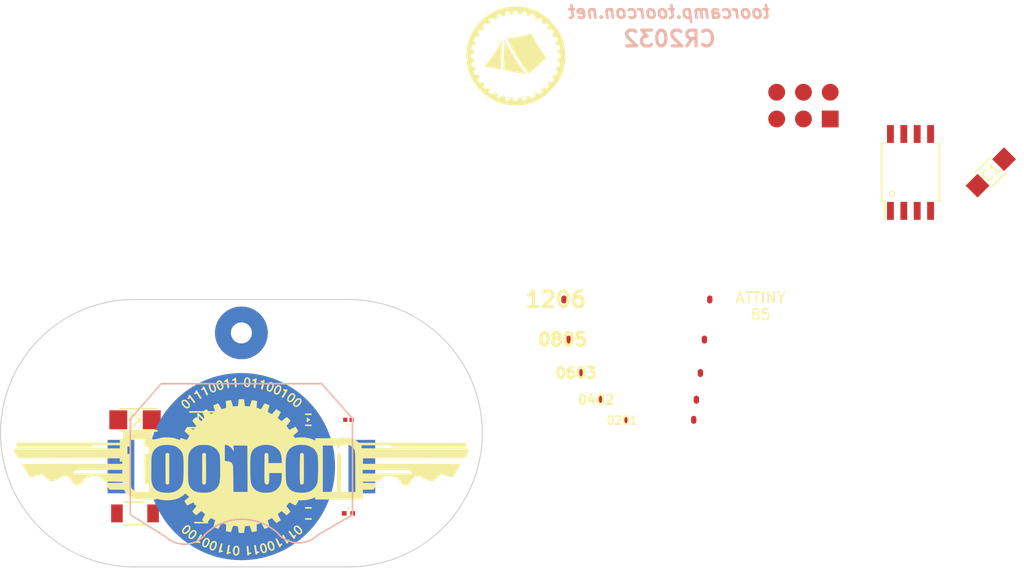
<source format=kicad_pcb>
(kicad_pcb (version 4) (host pcbnew 4.0.7)

  (general
    (links 36)
    (no_connects 36)
    (area 144.729999 92.024999 190.550001 117.525001)
    (thickness 1.6)
    (drawings 25)
    (tracks 0)
    (zones 0)
    (modules 27)
    (nets 14)
  )

  (page USLetter)
  (layers
    (0 F.Cu signal)
    (31 B.Cu signal)
    (34 B.Paste user)
    (35 F.Paste user)
    (36 B.SilkS user)
    (37 F.SilkS user)
    (38 B.Mask user)
    (39 F.Mask user)
    (40 Dwgs.User user hide)
    (44 Edge.Cuts user)
  )

  (setup
    (last_trace_width 0.1524)
    (user_trace_width 0.254)
    (user_trace_width 0.3048)
    (user_trace_width 0.4064)
    (user_trace_width 0.6096)
    (user_trace_width 2.032)
    (trace_clearance 0.1524)
    (zone_clearance 0.508)
    (zone_45_only no)
    (trace_min 0.1524)
    (segment_width 0.254)
    (edge_width 0.1)
    (via_size 0.6858)
    (via_drill 0.3302)
    (via_min_size 0.6858)
    (via_min_drill 0.3302)
    (user_via 1 0.5)
    (uvia_size 0.762)
    (uvia_drill 0.508)
    (uvias_allowed no)
    (uvia_min_size 0.508)
    (uvia_min_drill 0.127)
    (pcb_text_width 0.3)
    (pcb_text_size 1.5 1.5)
    (mod_edge_width 0.15)
    (mod_text_size 1 1)
    (mod_text_width 0.15)
    (pad_size 5 5)
    (pad_drill 2)
    (pad_to_mask_clearance 0)
    (aux_axis_origin 0 0)
    (grid_origin 210.82 95.25)
    (visible_elements 7FFEFBFF)
    (pcbplotparams
      (layerselection 0x010f0_80000000)
      (usegerberextensions true)
      (excludeedgelayer true)
      (linewidth 0.100000)
      (plotframeref false)
      (viasonmask false)
      (mode 1)
      (useauxorigin false)
      (hpglpennumber 1)
      (hpglpenspeed 20)
      (hpglpendiameter 15)
      (hpglpenoverlay 2)
      (psnegative false)
      (psa4output false)
      (plotreference true)
      (plotvalue true)
      (plotinvisibletext false)
      (padsonsilk false)
      (subtractmaskfromsilk false)
      (outputformat 1)
      (mirror false)
      (drillshape 0)
      (scaleselection 1)
      (outputdirectory gerbers/))
  )

  (net 0 "")
  (net 1 GND)
  (net 2 +BATT)
  (net 3 "Net-(CON1-Pad1)")
  (net 4 "Net-(CON1-Pad3)")
  (net 5 "Net-(CON1-Pad4)")
  (net 6 "Net-(CON1-Pad5)")
  (net 7 "Net-(D1-Pad1)")
  (net 8 "Net-(D2-Pad1)")
  (net 9 "Net-(D3-Pad1)")
  (net 10 "Net-(D0-Pad1)")
  (net 11 "Net-(D3-Pad2)")
  (net 12 "Net-(D4-Pad2)")
  (net 13 "Net-(D4-Pad1)")

  (net_class Default "This is the default net class."
    (clearance 0.1524)
    (trace_width 0.1524)
    (via_dia 0.6858)
    (via_drill 0.3302)
    (uvia_dia 0.762)
    (uvia_drill 0.508)
    (add_net +BATT)
    (add_net GND)
    (add_net "Net-(CON1-Pad1)")
    (add_net "Net-(CON1-Pad3)")
    (add_net "Net-(CON1-Pad4)")
    (add_net "Net-(CON1-Pad5)")
    (add_net "Net-(D0-Pad1)")
    (add_net "Net-(D1-Pad1)")
    (add_net "Net-(D2-Pad1)")
    (add_net "Net-(D3-Pad1)")
    (add_net "Net-(D3-Pad2)")
    (add_net "Net-(D4-Pad1)")
    (add_net "Net-(D4-Pad2)")
  )

  (module footprints:toor_logo (layer F.Cu) (tedit 0) (tstamp 5B386A67)
    (at 167.64 107.95)
    (fp_text reference G*** (at 0 0) (layer F.SilkS) hide
      (effects (font (thickness 0.3)))
    )
    (fp_text value LOGO (at 0.75 0) (layer F.SilkS) hide
      (effects (font (thickness 0.3)))
    )
    (fp_poly (pts (xy -0.397884 7.526998) (xy -0.305197 7.57658) (xy -0.239148 7.653914) (xy -0.211387 7.731316)
      (xy -0.195259 7.841643) (xy -0.190873 7.968341) (xy -0.198338 8.09486) (xy -0.217765 8.204648)
      (xy -0.235168 8.255515) (xy -0.305245 8.364116) (xy -0.395508 8.431557) (xy -0.498358 8.455197)
      (xy -0.606195 8.432396) (xy -0.659377 8.402914) (xy -0.732224 8.324833) (xy -0.781682 8.212269)
      (xy -0.806226 8.076593) (xy -0.80509 7.988416) (xy -0.65861 7.988416) (xy -0.655914 8.11483)
      (xy -0.635401 8.22213) (xy -0.620848 8.257808) (xy -0.570188 8.314871) (xy -0.506599 8.326243)
      (xy -0.438487 8.292336) (xy -0.396212 8.246806) (xy -0.367049 8.195623) (xy -0.348542 8.128414)
      (xy -0.337702 8.031508) (xy -0.334001 7.962451) (xy -0.330716 7.856617) (xy -0.333418 7.788022)
      (xy -0.344758 7.743212) (xy -0.367385 7.708734) (xy -0.388351 7.68654) (xy -0.457655 7.639916)
      (xy -0.521434 7.643667) (xy -0.579109 7.697612) (xy -0.611951 7.757073) (xy -0.643839 7.862595)
      (xy -0.65861 7.988416) (xy -0.80509 7.988416) (xy -0.804326 7.929177) (xy -0.774458 7.781392)
      (xy -0.7514 7.717596) (xy -0.686104 7.614156) (xy -0.598586 7.54706) (xy -0.499097 7.517583)
      (xy -0.397884 7.526998)) (layer F.SilkS) (width 0.01))
    (fp_poly (pts (xy 0.657058 7.553956) (xy 0.663245 7.618497) (xy 0.670473 7.709662) (xy 0.673214 7.748083)
      (xy 0.6819 7.863651) (xy 0.691355 7.97417) (xy 0.699774 8.058785) (xy 0.701101 8.070164)
      (xy 0.714107 8.177429) (xy 0.826953 8.161962) (xy 0.896367 8.154432) (xy 0.929249 8.161027)
      (xy 0.939187 8.187606) (xy 0.9398 8.21062) (xy 0.930854 8.256328) (xy 0.89448 8.280912)
      (xy 0.850707 8.29146) (xy 0.771145 8.322831) (xy 0.722586 8.36774) (xy 0.672465 8.416741)
      (xy 0.624355 8.438623) (xy 0.596905 8.441643) (xy 0.578754 8.432068) (xy 0.566977 8.400916)
      (xy 0.558644 8.339203) (xy 0.550828 8.237948) (xy 0.548681 8.20642) (xy 0.539139 8.067753)
      (xy 0.528564 7.917772) (xy 0.518908 7.784089) (xy 0.516901 7.756923) (xy 0.501593 7.550946)
      (xy 0.574646 7.536916) (xy 0.628319 7.528473) (xy 0.653016 7.528076) (xy 0.657058 7.553956)) (layer F.SilkS) (width 0.01))
    (fp_poly (pts (xy 1.359167 7.448313) (xy 1.359216 7.448373) (xy 1.364882 7.474477) (xy 1.376735 7.540848)
      (xy 1.393063 7.637572) (xy 1.412155 7.754732) (xy 1.412951 7.7597) (xy 1.461784 8.0645)
      (xy 1.575442 8.0645) (xy 1.647801 8.068457) (xy 1.681671 8.083441) (xy 1.6891 8.109038)
      (xy 1.667402 8.149754) (xy 1.612063 8.191665) (xy 1.6002 8.197938) (xy 1.535162 8.241596)
      (xy 1.490303 8.291534) (xy 1.486226 8.29945) (xy 1.442826 8.346967) (xy 1.404827 8.3566)
      (xy 1.361955 8.344058) (xy 1.338841 8.297888) (xy 1.33384 8.27405) (xy 1.32451 8.219159)
      (xy 1.309094 8.125896) (xy 1.289525 8.006053) (xy 1.267736 7.871421) (xy 1.261351 7.831752)
      (xy 1.203523 7.472005) (xy 1.278918 7.456926) (xy 1.333358 7.44822) (xy 1.359167 7.448313)) (layer F.SilkS) (width 0.01))
    (fp_poly (pts (xy -1.142152 7.447836) (xy -1.116914 7.459099) (xy -1.112884 7.491279) (xy -1.117417 7.562333)
      (xy -1.129486 7.661248) (xy -1.145018 7.7597) (xy -1.164527 7.874802) (xy -1.180308 7.972325)
      (xy -1.190558 8.04084) (xy -1.193575 8.067603) (xy -1.17126 8.089016) (xy -1.115218 8.107929)
      (xy -1.0922 8.112353) (xy -1.022616 8.130152) (xy -0.993362 8.158045) (xy -0.9906 8.175755)
      (xy -1.003878 8.20934) (xy -1.051002 8.229375) (xy -1.094172 8.236803) (xy -1.171859 8.255428)
      (xy -1.233245 8.283965) (xy -1.242222 8.290947) (xy -1.292825 8.320313) (xy -1.346911 8.33026)
      (xy -1.386314 8.31978) (xy -1.395417 8.29945) (xy -1.3908 8.264662) (xy -1.379062 8.189015)
      (xy -1.361686 8.081714) (xy -1.340154 7.951967) (xy -1.324861 7.8613) (xy -1.298756 7.709854)
      (xy -1.278436 7.601252) (xy -1.26164 7.528179) (xy -1.246103 7.48332) (xy -1.229564 7.459361)
      (xy -1.20976 7.448985) (xy -1.196515 7.446399) (xy -1.142152 7.447836)) (layer F.SilkS) (width 0.01))
    (fp_poly (pts (xy 2.168416 7.314186) (xy 2.25555 7.38391) (xy 2.330079 7.493816) (xy 2.388493 7.638747)
      (xy 2.426826 7.8105) (xy 2.426894 7.938032) (xy 2.39167 8.04914) (xy 2.328133 8.13689)
      (xy 2.243265 8.194349) (xy 2.144046 8.214584) (xy 2.042064 8.192677) (xy 1.949163 8.127048)
      (xy 1.872104 8.021445) (xy 1.81536 7.885408) (xy 1.78341 7.728474) (xy 1.778 7.629858)
      (xy 1.779817 7.612764) (xy 1.919194 7.612764) (xy 1.939229 7.797875) (xy 1.995722 7.949301)
      (xy 2.04914 8.027045) (xy 2.110545 8.085555) (xy 2.163924 8.098182) (xy 2.219818 8.066328)
      (xy 2.2352 8.0518) (xy 2.271309 7.985401) (xy 2.283204 7.892495) (xy 2.274236 7.784518)
      (xy 2.247758 7.672905) (xy 2.207121 7.569092) (xy 2.155675 7.484515) (xy 2.096774 7.430609)
      (xy 2.049206 7.417188) (xy 1.980944 7.427239) (xy 1.940551 7.462129) (xy 1.922124 7.530739)
      (xy 1.919194 7.612764) (xy 1.779817 7.612764) (xy 1.793141 7.487422) (xy 1.839452 7.384561)
      (xy 1.918263 7.319736) (xy 2.030906 7.29141) (xy 2.072189 7.2898) (xy 2.168416 7.314186)) (layer F.SilkS) (width 0.01))
    (fp_poly (pts (xy -1.826061 7.302205) (xy -1.821469 7.303954) (xy -1.806956 7.31736) (xy -1.803291 7.348107)
      (xy -1.81153 7.404538) (xy -1.83273 7.494992) (xy -1.857642 7.589704) (xy -1.887853 7.703195)
      (xy -1.913185 7.800574) (xy -1.930627 7.870128) (xy -1.936901 7.898015) (xy -1.918167 7.930685)
      (xy -1.855283 7.95978) (xy -1.846332 7.962452) (xy -1.785631 7.984024) (xy -1.752967 8.00381)
      (xy -1.751082 8.008286) (xy -1.752474 8.047821) (xy -1.7526 8.0645) (xy -1.767787 8.089793)
      (xy -1.819263 8.101177) (xy -1.865086 8.1026) (xy -1.950085 8.111644) (xy -2.009336 8.135296)
      (xy -2.015672 8.1407) (xy -2.071106 8.174082) (xy -2.123796 8.172198) (xy -2.147343 8.151712)
      (xy -2.146709 8.119276) (xy -2.134407 8.046503) (xy -2.112239 7.942036) (xy -2.082007 7.814519)
      (xy -2.054668 7.707212) (xy -2.012625 7.549166) (xy -1.979452 7.434447) (xy -1.951705 7.357095)
      (xy -1.925938 7.311154) (xy -1.898706 7.290663) (xy -1.866562 7.289666) (xy -1.826061 7.302205)) (layer F.SilkS) (width 0.01))
    (fp_poly (pts (xy 2.849422 7.088514) (xy 2.937471 7.14916) (xy 3.017603 7.248553) (xy 3.083697 7.37467)
      (xy 3.129634 7.515489) (xy 3.149293 7.65899) (xy 3.1496 7.67812) (xy 3.135783 7.801989)
      (xy 3.091068 7.890614) (xy 3.01056 7.952393) (xy 2.981996 7.965583) (xy 2.903823 7.99337)
      (xy 2.844652 7.996095) (xy 2.779056 7.973324) (xy 2.754824 7.961703) (xy 2.663099 7.891468)
      (xy 2.585563 7.785449) (xy 2.525876 7.656163) (xy 2.487697 7.516126) (xy 2.474686 7.377855)
      (xy 2.475948 7.367963) (xy 2.630712 7.367963) (xy 2.630989 7.392406) (xy 2.644179 7.520369)
      (xy 2.677094 7.636948) (xy 2.724786 7.736167) (xy 2.782307 7.812051) (xy 2.844709 7.858625)
      (xy 2.907043 7.869912) (xy 2.964361 7.839938) (xy 2.983059 7.817548) (xy 3.013865 7.747475)
      (xy 3.0226 7.691501) (xy 3.008997 7.603037) (xy 2.973529 7.493082) (xy 2.924207 7.381234)
      (xy 2.869041 7.287089) (xy 2.844487 7.255768) (xy 2.794881 7.206295) (xy 2.755603 7.190334)
      (xy 2.70684 7.200508) (xy 2.701318 7.20245) (xy 2.662251 7.219338) (xy 2.640779 7.243592)
      (xy 2.631924 7.288653) (xy 2.630712 7.367963) (xy 2.475948 7.367963) (xy 2.490505 7.253868)
      (xy 2.524944 7.175529) (xy 2.589222 7.117998) (xy 2.681275 7.082126) (xy 2.78073 7.073377)
      (xy 2.849422 7.088514)) (layer F.SilkS) (width 0.01))
    (fp_poly (pts (xy -2.543589 7.066042) (xy -2.467984 7.093063) (xy -2.395702 7.155249) (xy -2.354 7.246834)
      (xy -2.340057 7.358944) (xy -2.351055 7.482701) (xy -2.384173 7.609229) (xy -2.436591 7.72965)
      (xy -2.505491 7.835089) (xy -2.588053 7.916669) (xy -2.681456 7.965512) (xy -2.748289 7.975505)
      (xy -2.809294 7.962345) (xy -2.880371 7.930355) (xy -2.887629 7.926064) (xy -2.964624 7.865653)
      (xy -3.006775 7.792981) (xy -3.019659 7.69478) (xy -3.018372 7.669372) (xy -2.875247 7.669372)
      (xy -2.86958 7.758516) (xy -2.847909 7.806754) (xy -2.78855 7.843836) (xy -2.717564 7.838585)
      (xy -2.649626 7.792131) (xy -2.648999 7.79145) (xy -2.578986 7.693029) (xy -2.522317 7.572645)
      (xy -2.484782 7.447345) (xy -2.47217 7.334176) (xy -2.477341 7.285971) (xy -2.513504 7.214673)
      (xy -2.57615 7.183356) (xy -2.65576 7.196163) (xy -2.669215 7.202471) (xy -2.728684 7.254762)
      (xy -2.782918 7.340772) (xy -2.82802 7.447326) (xy -2.860095 7.561251) (xy -2.875247 7.669372)
      (xy -3.018372 7.669372) (xy -3.01591 7.620805) (xy -2.985145 7.449543) (xy -2.92904 7.303869)
      (xy -2.852213 7.188234) (xy -2.759283 7.107086) (xy -2.654869 7.064872) (xy -2.543589 7.066042)) (layer F.SilkS) (width 0.01))
    (fp_poly (pts (xy 3.368205 6.814138) (xy 3.381947 6.839164) (xy 3.412939 6.900914) (xy 3.456649 6.990221)
      (xy 3.508546 7.097915) (xy 3.510973 7.102987) (xy 3.6449 7.382996) (xy 3.7465 7.33752)
      (xy 3.810236 7.310696) (xy 3.843414 7.305528) (xy 3.861414 7.321987) (xy 3.86905 7.337281)
      (xy 3.872091 7.376673) (xy 3.84252 7.426378) (xy 3.7992 7.473319) (xy 3.746549 7.533384)
      (xy 3.71378 7.585038) (xy 3.7084 7.603866) (xy 3.688226 7.647182) (xy 3.661129 7.66891)
      (xy 3.641793 7.674154) (xy 3.621423 7.664482) (xy 3.596256 7.634017) (xy 3.56253 7.576883)
      (xy 3.51648 7.487205) (xy 3.454343 7.359107) (xy 3.429882 7.307854) (xy 3.368182 7.178053)
      (xy 3.313944 7.063513) (xy 3.271031 6.972429) (xy 3.243308 6.912994) (xy 3.23487 6.894274)
      (xy 3.247798 6.869137) (xy 3.287789 6.838908) (xy 3.334211 6.815988) (xy 3.366432 6.812775)
      (xy 3.368205 6.814138)) (layer F.SilkS) (width 0.01))
    (fp_poly (pts (xy -3.167917 6.793537) (xy -3.075309 6.863458) (xy -3.020123 6.963091) (xy -3.006556 7.083721)
      (xy -3.010769 7.119967) (xy -3.047994 7.25967) (xy -3.108909 7.391971) (xy -3.186671 7.507994)
      (xy -3.274436 7.598863) (xy -3.365359 7.655701) (xy -3.435424 7.670705) (xy -3.51416 7.65693)
      (xy -3.594906 7.623531) (xy -3.601084 7.619893) (xy -3.664121 7.56738) (xy -3.707976 7.506235)
      (xy -3.710896 7.499338) (xy -3.721001 7.43458) (xy -3.580088 7.43458) (xy -3.559955 7.502274)
      (xy -3.55092 7.513319) (xy -3.489924 7.54202) (xy -3.415708 7.530374) (xy -3.342258 7.480937)
      (xy -3.335434 7.47395) (xy -3.261057 7.376053) (xy -3.203847 7.264212) (xy -3.166876 7.150022)
      (xy -3.153219 7.045082) (xy -3.165949 6.960989) (xy -3.189515 6.923314) (xy -3.239895 6.889151)
      (xy -3.293414 6.893316) (xy -3.362019 6.937403) (xy -3.374962 6.948072) (xy -3.444227 7.024854)
      (xy -3.503132 7.123973) (xy -3.547917 7.233352) (xy -3.574822 7.340914) (xy -3.580088 7.43458)
      (xy -3.721001 7.43458) (xy -3.726143 7.401637) (xy -3.71235 7.278374) (xy -3.671884 7.143915)
      (xy -3.640865 7.0739) (xy -3.552254 6.928835) (xy -3.454208 6.828772) (xy -3.3494 6.775294)
      (xy -3.240505 6.769988) (xy -3.167917 6.793537)) (layer F.SilkS) (width 0.01))
    (fp_poly (pts (xy 4.01394 6.505944) (xy 4.048256 6.564465) (xy 4.097503 6.648966) (xy 4.152511 6.7437)
      (xy 4.211405 6.844851) (xy 4.260797 6.928862) (xy 4.295264 6.986561) (xy 4.309165 7.008567)
      (xy 4.334746 7.003999) (xy 4.388129 6.979728) (xy 4.41461 6.965456) (xy 4.475373 6.933265)
      (xy 4.50835 6.92594) (xy 4.529492 6.942509) (xy 4.539604 6.957836) (xy 4.552263 6.994389)
      (xy 4.534914 7.032374) (xy 4.494077 7.075549) (xy 4.436912 7.151075) (xy 4.4196 7.215634)
      (xy 4.398991 7.281137) (xy 4.342981 7.313347) (xy 4.321307 7.3152) (xy 4.302973 7.294457)
      (xy 4.263874 7.237136) (xy 4.208742 7.150596) (xy 4.142308 7.0422) (xy 4.095821 6.96438)
      (xy 4.02422 6.842541) (xy 3.961407 6.73413) (xy 3.912169 6.647528) (xy 3.881292 6.591115)
      (xy 3.873555 6.575204) (xy 3.882705 6.535258) (xy 3.9266 6.505973) (xy 3.976378 6.486209)
      (xy 3.999811 6.482399) (xy 4.01394 6.505944)) (layer F.SilkS) (width 0.01))
    (fp_poly (pts (xy -3.802498 6.468028) (xy -3.77361 6.482958) (xy -3.755559 6.497422) (xy -3.750768 6.518583)
      (xy -3.761661 6.553603) (xy -3.790663 6.609647) (xy -3.840196 6.693878) (xy -3.912685 6.813459)
      (xy -3.927825 6.838412) (xy -4.063968 7.062932) (xy -3.975084 7.115375) (xy -3.913808 7.154773)
      (xy -3.890452 7.184139) (xy -3.897704 7.216566) (xy -3.908428 7.234736) (xy -3.932332 7.254093)
      (xy -3.976278 7.252622) (xy -4.031293 7.238188) (xy -4.114635 7.221076) (xy -4.173941 7.230524)
      (xy -4.185585 7.236101) (xy -4.232942 7.259352) (xy -4.261461 7.258421) (xy -4.297213 7.23265)
      (xy -4.308892 7.216679) (xy -4.308932 7.191032) (xy -4.294439 7.149457) (xy -4.262517 7.085703)
      (xy -4.210272 6.993517) (xy -4.13481 6.866648) (xy -4.104424 6.816279) (xy -3.871912 6.431658)
      (xy -3.802498 6.468028)) (layer F.SilkS) (width 0.01))
    (fp_poly (pts (xy 4.587837 6.115627) (xy 4.635979 6.168977) (xy 4.698682 6.247748) (xy 4.764472 6.3373)
      (xy 4.833684 6.432208) (xy 4.893773 6.509554) (xy 4.938068 6.561082) (xy 4.95939 6.5786)
      (xy 4.99416 6.564995) (xy 5.049198 6.531468) (xy 5.060597 6.523529) (xy 5.112861 6.48937)
      (xy 5.142334 6.484581) (xy 5.166344 6.50737) (xy 5.16993 6.512213) (xy 5.186186 6.548493)
      (xy 5.169985 6.585324) (xy 5.140961 6.616929) (xy 5.087197 6.69313) (xy 5.075706 6.781158)
      (xy 5.077163 6.796756) (xy 5.062559 6.833193) (xy 5.032023 6.868144) (xy 5.0135 6.882096)
      (xy 4.994476 6.884669) (xy 4.970104 6.87093) (xy 4.935542 6.835944) (xy 4.885944 6.774779)
      (xy 4.816466 6.682501) (xy 4.722264 6.554176) (xy 4.718033 6.548387) (xy 4.622782 6.417261)
      (xy 4.554554 6.320508) (xy 4.509867 6.251883) (xy 4.485241 6.205136) (xy 4.477193 6.174022)
      (xy 4.482243 6.152291) (xy 4.490719 6.14045) (xy 4.533995 6.105073) (xy 4.561248 6.096)
      (xy 4.587837 6.115627)) (layer F.SilkS) (width 0.01))
    (fp_poly (pts (xy -4.391997 6.060425) (xy -4.377769 6.068729) (xy -4.295719 6.144334) (xy -4.256618 6.241787)
      (xy -4.25986 6.356788) (xy -4.304841 6.485036) (xy -4.390955 6.622232) (xy -4.468582 6.714043)
      (xy -4.586964 6.818648) (xy -4.700827 6.87422) (xy -4.808898 6.880387) (xy -4.902899 6.841583)
      (xy -4.980024 6.778602) (xy -5.018481 6.71043) (xy -5.027127 6.632339) (xy -4.9022 6.632339)
      (xy -4.885053 6.708469) (xy -4.838519 6.748396) (xy -4.769965 6.75099) (xy -4.686756 6.715118)
      (xy -4.631931 6.67385) (xy -4.534936 6.574518) (xy -4.462256 6.471513) (xy -4.415458 6.371848)
      (xy -4.39611 6.282536) (xy -4.405777 6.210589) (xy -4.446029 6.163021) (xy -4.514148 6.1468)
      (xy -4.582907 6.16857) (xy -4.661586 6.226528) (xy -4.74137 6.309644) (xy -4.813442 6.406885)
      (xy -4.868988 6.507221) (xy -4.89919 6.599621) (xy -4.9022 6.632339) (xy -5.027127 6.632339)
      (xy -5.028645 6.618633) (xy -5.028643 6.618195) (xy -5.0043 6.476722) (xy -4.935649 6.330216)
      (xy -4.836786 6.198825) (xy -4.720484 6.091038) (xy -4.609489 6.032582) (xy -4.500945 6.022647)
      (xy -4.391997 6.060425)) (layer F.SilkS) (width 0.01))
    (fp_poly (pts (xy 5.341315 5.611352) (xy 5.396067 5.64245) (xy 5.469787 5.697317) (xy 5.540118 5.758288)
      (xy 5.663245 5.893205) (xy 5.740922 6.023578) (xy 5.772554 6.146565) (xy 5.757546 6.259321)
      (xy 5.695302 6.359005) (xy 5.670855 6.382835) (xy 5.583501 6.429769) (xy 5.478927 6.441735)
      (xy 5.378727 6.416542) (xy 5.3721 6.413152) (xy 5.278232 6.348372) (xy 5.177488 6.256032)
      (xy 5.08685 6.153418) (xy 5.02364 6.058472) (xy 4.990047 5.970442) (xy 4.972302 5.879136)
      (xy 4.971472 5.860277) (xy 4.975867 5.84059) (xy 5.11025 5.84059) (xy 5.114151 5.923375)
      (xy 5.116381 5.933094) (xy 5.146754 5.99419) (xy 5.205571 6.072552) (xy 5.280581 6.155039)
      (xy 5.359532 6.228512) (xy 5.430174 6.279829) (xy 5.4483 6.28911) (xy 5.507901 6.314446)
      (xy 5.541048 6.319747) (xy 5.56836 6.304077) (xy 5.592349 6.282563) (xy 5.632628 6.214724)
      (xy 5.629117 6.128007) (xy 5.582381 6.028308) (xy 5.56587 6.00456) (xy 5.465987 5.88507)
      (xy 5.366606 5.795714) (xy 5.274254 5.740987) (xy 5.195456 5.725383) (xy 5.168901 5.731214)
      (xy 5.130061 5.770536) (xy 5.11025 5.84059) (xy 4.975867 5.84059) (xy 4.994333 5.757888)
      (xy 5.055189 5.67434) (xy 5.142448 5.617435) (xy 5.244519 5.594974) (xy 5.341315 5.611352)) (layer F.SilkS) (width 0.01))
    (fp_poly (pts (xy -4.977125 5.589882) (xy -4.895718 5.649314) (xy -4.84243 5.73941) (xy -4.826 5.84083)
      (xy -4.84734 5.950764) (xy -4.905687 6.070634) (xy -4.992537 6.187811) (xy -5.099385 6.289664)
      (xy -5.154823 6.329113) (xy -5.281851 6.388411) (xy -5.398081 6.398415) (xy -5.50292 6.359115)
      (xy -5.534388 6.335768) (xy -5.607377 6.245355) (xy -5.630659 6.148251) (xy -5.50277 6.148251)
      (xy -5.491413 6.185133) (xy -5.475659 6.210875) (xy -5.41974 6.262171) (xy -5.346968 6.267997)
      (xy -5.254181 6.228537) (xy -5.246887 6.224104) (xy -5.15785 6.153909) (xy -5.0744 6.061943)
      (xy -5.00625 5.96187) (xy -4.963115 5.867359) (xy -4.953 5.810649) (xy -4.972346 5.736664)
      (xy -5.029121 5.696613) (xy -5.082333 5.6896) (xy -5.146757 5.70937) (xy -5.227105 5.761889)
      (xy -5.31215 5.836972) (xy -5.390663 5.924433) (xy -5.451419 6.014086) (xy -5.46155 6.033635)
      (xy -5.493314 6.104004) (xy -5.50277 6.148251) (xy -5.630659 6.148251) (xy -5.632877 6.139002)
      (xy -5.610262 6.020383) (xy -5.594471 5.983921) (xy -5.480961 5.806746) (xy -5.328369 5.656898)
      (xy -5.29935 5.635019) (xy -5.188012 5.578791) (xy -5.07758 5.56506) (xy -4.977125 5.589882)) (layer F.SilkS) (width 0.01))
    (fp_poly (pts (xy 0.125229 -6.398834) (xy 0.205517 -6.392458) (xy 0.246591 -6.380962) (xy 0.255099 -6.36905)
      (xy 0.259013 -6.319675) (xy 0.267692 -6.238546) (xy 0.279605 -6.137621) (xy 0.293222 -6.028855)
      (xy 0.307012 -5.924205) (xy 0.319443 -5.835627) (xy 0.328987 -5.775077) (xy 0.333772 -5.754482)
      (xy 0.361465 -5.748992) (xy 0.427937 -5.741365) (xy 0.521282 -5.732878) (xy 0.5715 -5.728924)
      (xy 0.8001 -5.711773) (xy 0.886544 -5.99124) (xy 0.922187 -6.104392) (xy 0.953563 -6.200194)
      (xy 0.977066 -6.267865) (xy 0.988503 -6.295808) (xy 1.022424 -6.304355) (xy 1.102902 -6.297706)
      (xy 1.228101 -6.276123) (xy 1.396186 -6.239865) (xy 1.419018 -6.234572) (xy 1.479137 -6.220542)
      (xy 1.460939 -5.923321) (xy 1.453476 -5.804831) (xy 1.446805 -5.705072) (xy 1.441675 -5.634894)
      (xy 1.43892 -5.60553) (xy 1.45934 -5.589679) (xy 1.515334 -5.564608) (xy 1.593595 -5.534933)
      (xy 1.68082 -5.505271) (xy 1.763701 -5.480239) (xy 1.828934 -5.464456) (xy 1.854436 -5.461341)
      (xy 1.882619 -5.482824) (xy 1.928449 -5.543012) (xy 1.98713 -5.635035) (xy 2.040513 -5.7277)
      (xy 2.099379 -5.830998) (xy 2.150758 -5.915668) (xy 2.189159 -5.973028) (xy 2.209093 -5.994398)
      (xy 2.209187 -5.9944) (xy 2.240477 -5.985151) (xy 2.306827 -5.960364) (xy 2.396594 -5.924484)
      (xy 2.44631 -5.903902) (xy 2.6625 -5.813403) (xy 2.617032 -5.656252) (xy 2.583581 -5.54108)
      (xy 2.54737 -5.417068) (xy 2.528032 -5.351167) (xy 2.50643 -5.272174) (xy 2.49407 -5.215654)
      (xy 2.4932 -5.195761) (xy 2.517918 -5.181082) (xy 2.576724 -5.148105) (xy 2.659041 -5.102734)
      (xy 2.701938 -5.079298) (xy 2.797103 -5.028036) (xy 2.858084 -4.998706) (xy 2.895259 -4.988851)
      (xy 2.919007 -4.996011) (xy 2.939706 -5.01773) (xy 2.943238 -5.022154) (xy 3.061453 -5.167496)
      (xy 3.16289 -5.28576) (xy 3.244378 -5.373549) (xy 3.302744 -5.427468) (xy 3.334813 -5.44412)
      (xy 3.336831 -5.443403) (xy 3.369953 -5.422316) (xy 3.433645 -5.380507) (xy 3.516323 -5.3256)
      (xy 3.550728 -5.302607) (xy 3.735956 -5.178597) (xy 3.4417 -4.617475) (xy 3.5433 -4.528504)
      (xy 3.620773 -4.462349) (xy 3.698423 -4.398613) (xy 3.726042 -4.376826) (xy 3.807184 -4.314119)
      (xy 4.046444 -4.50656) (xy 4.140882 -4.581052) (xy 4.221772 -4.642124) (xy 4.28059 -4.683523)
      (xy 4.308805 -4.698998) (xy 4.308936 -4.699001) (xy 4.336669 -4.681855) (xy 4.388278 -4.637225)
      (xy 4.453583 -4.575321) (xy 4.522404 -4.506355) (xy 4.584563 -4.440536) (xy 4.629879 -4.388076)
      (xy 4.648174 -4.359184) (xy 4.6482 -4.358698) (xy 4.633344 -4.331489) (xy 4.592878 -4.27316)
      (xy 4.532952 -4.192236) (xy 4.459715 -4.097244) (xy 4.458419 -4.095592) (xy 4.268638 -3.853923)
      (xy 4.317309 -3.787512) (xy 4.361695 -3.731113) (xy 4.423865 -3.65699) (xy 4.467683 -3.6068)
      (xy 4.569385 -3.4925) (xy 4.849533 -3.638232) (xy 5.129682 -3.783963) (xy 5.252749 -3.600132)
      (xy 5.310463 -3.513526) (xy 5.358018 -3.441436) (xy 5.387743 -3.395519) (xy 5.392695 -3.387482)
      (xy 5.379799 -3.363578) (xy 5.336213 -3.31475) (xy 5.270178 -3.24871) (xy 5.189936 -3.173167)
      (xy 5.103726 -3.095832) (xy 5.019792 -3.024416) (xy 4.946373 -2.966629) (xy 4.930864 -2.955383)
      (xy 4.937263 -2.931849) (xy 4.963749 -2.878376) (xy 4.990471 -2.830882) (xy 5.0324 -2.763144)
      (xy 5.064705 -2.730447) (xy 5.102514 -2.723472) (xy 5.152307 -2.731202) (xy 5.301076 -2.752484)
      (xy 5.482382 -2.766399) (xy 5.678401 -2.772241) (xy 5.87131 -2.769308) (xy 5.971466 -2.76356)
      (xy 6.311703 -2.718648) (xy 6.617714 -2.637943) (xy 6.82625 -2.553549) (xy 7.0104 -2.466304)
      (xy 7.0104 -2.6924) (xy 8.17245 -2.692776) (xy 8.458363 -2.693132) (xy 8.698237 -2.694093)
      (xy 8.896829 -2.695802) (xy 9.058896 -2.698401) (xy 9.189197 -2.702031) (xy 9.292488 -2.706834)
      (xy 9.373529 -2.712953) (xy 9.437077 -2.720529) (xy 9.487889 -2.729704) (xy 9.4996 -2.732369)
      (xy 9.647995 -2.75649) (xy 9.826047 -2.768509) (xy 10.014075 -2.768418) (xy 10.192395 -2.75621)
      (xy 10.3378 -2.732708) (xy 10.534589 -2.669014) (xy 10.735829 -2.572701) (xy 10.920128 -2.454887)
      (xy 11.005913 -2.385495) (xy 11.146041 -2.2606) (xy 16.197937 -2.260601) (xy 21.249834 -2.260601)
      (xy 21.329345 -2.178051) (xy 21.408855 -2.0955) (xy 21.328206 -1.96215) (xy 21.247556 -1.8288)
      (xy 14.310509 -1.8288) (xy 14.2113 -1.9304) (xy 14.11209 -2.032) (xy 11.436163 -2.032)
      (xy 11.405134 -1.957091) (xy 11.387778 -1.859851) (xy 11.397819 -1.811041) (xy 11.421532 -1.7399)
      (xy 21.447652 -1.727074) (xy 21.518826 -1.658885) (xy 21.563527 -1.607753) (xy 21.586848 -1.554673)
      (xy 21.587104 -1.492522) (xy 21.562614 -1.414176) (xy 21.511694 -1.312514) (xy 21.432661 -1.180411)
      (xy 21.389806 -1.112773) (xy 21.189612 -0.8001) (xy 11.5316 -0.78727) (xy 11.5316 -0.254)
      (xy 16.1798 -0.254) (xy 16.661687 -0.253938) (xy 17.129772 -0.253755) (xy 17.581541 -0.253457)
      (xy 18.014479 -0.253051) (xy 18.426073 -0.252542) (xy 18.81381 -0.251939) (xy 19.175175 -0.251245)
      (xy 19.507655 -0.250469) (xy 19.808735 -0.249616) (xy 20.075903 -0.248693) (xy 20.306644 -0.247705)
      (xy 20.498445 -0.246659) (xy 20.648791 -0.245562) (xy 20.75517 -0.244419) (xy 20.815067 -0.243237)
      (xy 20.828 -0.242368) (xy 20.815197 -0.217738) (xy 20.780197 -0.158702) (xy 20.728108 -0.073692)
      (xy 20.664039 0.028863) (xy 20.653236 0.045991) (xy 20.569304 0.183182) (xy 20.479762 0.336554)
      (xy 20.396881 0.484766) (xy 20.346874 0.578914) (xy 20.246704 0.756305) (xy 20.152296 0.885877)
      (xy 20.061391 0.969978) (xy 19.971735 1.010952) (xy 19.926451 1.016) (xy 19.868171 1.006456)
      (xy 19.776324 0.980521) (xy 19.663852 0.942236) (xy 19.551874 0.899005) (xy 19.33508 0.820975)
      (xy 19.145813 0.774979) (xy 18.987401 0.761544) (xy 18.863168 0.781198) (xy 18.847378 0.78716)
      (xy 18.800096 0.818265) (xy 18.729413 0.87885) (xy 18.645149 0.959968) (xy 18.563033 1.046182)
      (xy 18.44154 1.173846) (xy 18.340038 1.265446) (xy 18.249087 1.326326) (xy 18.159246 1.361828)
      (xy 18.061076 1.377295) (xy 17.975042 1.378936) (xy 17.88665 1.372471) (xy 17.797892 1.354494)
      (xy 17.700923 1.32176) (xy 17.5879 1.271024) (xy 17.450977 1.199043) (xy 17.282311 1.102573)
      (xy 17.224935 1.06872) (xy 17.026459 0.966174) (xy 16.848957 0.907411) (xy 16.688783 0.89178)
      (xy 16.542292 0.918627) (xy 16.493578 0.937939) (xy 16.445873 0.963109) (xy 16.400575 0.996753)
      (xy 16.352583 1.04501) (xy 16.2968 1.11402) (xy 16.228126 1.209921) (xy 16.141463 1.338854)
      (xy 16.07013 1.4478) (xy 15.992482 1.562891) (xy 15.930527 1.642925) (xy 15.875626 1.697438)
      (xy 15.819139 1.735966) (xy 15.799768 1.74625) (xy 15.68654 1.790447) (xy 15.581846 1.79855)
      (xy 15.468235 1.770373) (xy 15.401248 1.741978) (xy 15.245828 1.642881) (xy 15.108213 1.498094)
      (xy 14.987082 1.306225) (xy 14.986 1.30416) (xy 14.937603 1.215671) (xy 14.896527 1.158952)
      (xy 14.847848 1.120104) (xy 14.776641 1.085228) (xy 14.730111 1.06583) (xy 14.501767 0.983972)
      (xy 14.279315 0.930858) (xy 14.039246 0.901295) (xy 13.963159 0.896395) (xy 13.689618 0.881759)
      (xy 13.500389 0.975281) (xy 13.377509 1.04394) (xy 13.273146 1.123116) (xy 13.166887 1.228616)
      (xy 13.151629 1.245355) (xy 12.9921 1.421907) (xy 12.26185 1.422153) (xy 11.5316 1.4224)
      (xy 11.5316 1.548596) (xy 12.228815 1.555348) (xy 12.926031 1.5621) (xy 12.723411 1.87325)
      (xy 12.52079 2.1844) (xy 11.5316 2.1844) (xy 11.5316 3.1242) (xy 7.0104 3.1242)
      (xy 7.0104 2.894744) (xy 6.88975 2.955142) (xy 6.668812 3.05047) (xy 6.436175 3.119104)
      (xy 6.18181 3.16306) (xy 5.895685 3.184355) (xy 5.735859 3.187137) (xy 5.586156 3.187695)
      (xy 5.480698 3.1894) (xy 5.412933 3.193036) (xy 5.376308 3.199385) (xy 5.36427 3.209231)
      (xy 5.370266 3.223357) (xy 5.376034 3.230148) (xy 5.391515 3.253858) (xy 5.391719 3.283017)
      (xy 5.372905 3.327174) (xy 5.331332 3.395879) (xy 5.281505 3.471448) (xy 5.223287 3.558391)
      (xy 5.176609 3.627843) (xy 5.14801 3.670089) (xy 5.142358 3.678205) (xy 5.118704 3.670532)
      (xy 5.058638 3.643866) (xy 4.971001 3.602299) (xy 4.864631 3.549928) (xy 4.854501 3.544855)
      (xy 4.746321 3.490992) (xy 4.655665 3.446593) (xy 4.591565 3.416029) (xy 4.563053 3.403671)
      (xy 4.562584 3.4036) (xy 4.543195 3.422001) (xy 4.499868 3.471289) (xy 4.440281 3.54259)
      (xy 4.407825 3.58244) (xy 4.263328 3.761281) (xy 4.455764 4.000535) (xy 4.530206 4.094713)
      (xy 4.591252 4.175032) (xy 4.632661 4.233066) (xy 4.648195 4.260383) (xy 4.6482 4.260525)
      (xy 4.63121 4.286259) (xy 4.585588 4.338282) (xy 4.519356 4.40771) (xy 4.47675 4.450393)
      (xy 4.3053 4.619525) (xy 3.805102 4.217419) (xy 3.629751 4.361675) (xy 3.551754 4.428413)
      (xy 3.491595 4.484784) (xy 3.458257 4.522143) (xy 3.4544 4.530421) (xy 3.465685 4.561328)
      (xy 3.496383 4.627155) (xy 3.541759 4.718129) (xy 3.595079 4.820709) (xy 3.649176 4.924461)
      (xy 3.692358 5.01024) (xy 3.720234 5.069112) (xy 3.728429 5.092134) (xy 3.690933 5.118619)
      (xy 3.627428 5.161358) (xy 3.549295 5.212937) (xy 3.467913 5.265943) (xy 3.394665 5.312964)
      (xy 3.340931 5.346587) (xy 3.318099 5.3594) (xy 3.298132 5.341229) (xy 3.252083 5.291656)
      (xy 3.186648 5.218088) (xy 3.108525 5.127933) (xy 3.102355 5.120725) (xy 2.898204 4.882051)
      (xy 2.700052 4.984816) (xy 2.610517 5.031504) (xy 2.539957 5.068775) (xy 2.49916 5.09091)
      (xy 2.493469 5.094338) (xy 2.496631 5.119903) (xy 2.511495 5.184457) (xy 2.535645 5.278192)
      (xy 2.56602 5.388997) (xy 2.598096 5.503761) (xy 2.624819 5.60075) (xy 2.643314 5.669435)
      (xy 2.650651 5.698916) (xy 2.630368 5.717465) (xy 2.572822 5.749573) (xy 2.48795 5.790019)
      (xy 2.4257 5.817105) (xy 2.1971 5.913278) (xy 2.114804 5.769689) (xy 2.056453 5.665974)
      (xy 1.99538 5.554528) (xy 1.962404 5.49281) (xy 1.921624 5.421669) (xy 1.887455 5.373286)
      (xy 1.870618 5.35946) (xy 1.837998 5.366565) (xy 1.769432 5.385591) (xy 1.67737 5.413019)
      (xy 1.635916 5.425816) (xy 1.533499 5.459047) (xy 1.471368 5.484002) (xy 1.440835 5.505916)
      (xy 1.433215 5.530023) (xy 1.435727 5.546466) (xy 1.44168 5.593998) (xy 1.447459 5.678732)
      (xy 1.452262 5.787073) (xy 1.454529 5.865792) (xy 1.4605 6.130884) (xy 1.233259 6.177031)
      (xy 1.131803 6.195358) (xy 1.050123 6.205847) (xy 1.00017 6.207165) (xy 0.990878 6.204039)
      (xy 0.977476 6.173296) (xy 0.952844 6.104773) (xy 0.920729 6.009232) (xy 0.891411 5.9182)
      (xy 0.855676 5.80842) (xy 0.82392 5.71677) (xy 0.800007 5.654052) (xy 0.788974 5.6318)
      (xy 0.757983 5.62627) (xy 0.691395 5.626862) (xy 0.603862 5.632239) (xy 0.510036 5.641065)
      (xy 0.424571 5.652006) (xy 0.362117 5.663726) (xy 0.338466 5.672867) (xy 0.330983 5.700808)
      (xy 0.319212 5.766932) (xy 0.304878 5.858976) (xy 0.289705 5.964681) (xy 0.275418 6.071785)
      (xy 0.263742 6.168027) (xy 0.256401 6.241147) (xy 0.254826 6.26745) (xy 0.238758 6.283083)
      (xy 0.187697 6.293086) (xy 0.0959 6.298176) (xy 0 6.2992) (xy -0.125118 6.297242)
      (xy -0.205313 6.290892) (xy -0.246327 6.279434) (xy -0.254827 6.26745) (xy -0.258982 6.21266)
      (xy -0.26844 6.127873) (xy -0.281475 6.02535) (xy -0.296364 5.91735) (xy -0.311381 5.816136)
      (xy -0.324802 5.733968) (xy -0.334901 5.683107) (xy -0.338467 5.672867) (xy -0.371562 5.661495)
      (xy -0.439531 5.649821) (xy -0.527719 5.639179) (xy -0.621476 5.630907) (xy -0.706148 5.626339)
      (xy -0.767083 5.626811) (xy -0.788975 5.6318) (xy -0.803592 5.6628) (xy -0.829215 5.731572)
      (xy -0.86198 5.827315) (xy -0.891412 5.9182) (xy -0.926872 6.027872) (xy -0.957921 6.11936)
      (xy -0.980815 6.1819) (xy -0.990879 6.204039) (xy -1.02082 6.207725) (xy -1.088372 6.201585)
      (xy -1.181584 6.186951) (xy -1.23326 6.177031) (xy -1.4605 6.130884) (xy -1.45453 5.865792)
      (xy -1.450823 5.74926) (xy -1.445607 5.647262) (xy -1.439681 5.573391) (xy -1.435728 5.546466)
      (xy -1.434296 5.518836) (xy -1.450904 5.496336) (xy -1.494237 5.473732) (xy -1.572982 5.445789)
      (xy -1.635917 5.425816) (xy -1.73399 5.39597) (xy -1.813649 5.37309) (xy -1.862444 5.360694)
      (xy -1.870619 5.35946) (xy -1.89308 5.380199) (xy -1.929189 5.433917) (xy -1.962405 5.49281)
      (xy -2.01603 5.592531) (xy -2.078108 5.704826) (xy -2.114805 5.769689) (xy -2.1971 5.913278)
      (xy -2.4257 5.817105) (xy -2.522566 5.774104) (xy -2.598291 5.736192) (xy -2.642939 5.708589)
      (xy -2.650652 5.698916) (xy -2.642685 5.667045) (xy -2.623748 5.596826) (xy -2.596716 5.498787)
      (xy -2.566021 5.388997) (xy -2.535108 5.276172) (xy -2.511114 5.182907) (xy -2.496453 5.119011)
      (xy -2.49347 5.094338) (xy -2.518305 5.080391) (xy -2.5775 5.048872) (xy -2.660267 5.005498)
      (xy -2.700053 4.984816) (xy -2.898205 4.882051) (xy -3.102356 5.120725) (xy -3.181159 5.211823)
      (xy -3.247775 5.286889) (xy -3.295507 5.338514) (xy -3.317658 5.359291) (xy -3.3181 5.3594)
      (xy -3.341024 5.346532) (xy -3.394815 5.31287) (xy -3.468095 5.265826) (xy -3.549482 5.212815)
      (xy -3.627595 5.161248) (xy -3.691054 5.118538) (xy -3.72843 5.092134) (xy -3.720155 5.068931)
      (xy -3.692204 5.009925) (xy -3.648966 4.92405) (xy -3.59508 4.820709) (xy -3.539987 4.714473)
      (xy -3.495014 4.623669) (xy -3.464909 4.558168) (xy -3.4544 4.528216) (xy -3.472969 4.501301)
      (xy -3.522613 4.452018) (xy -3.594237 4.389099) (xy -3.629984 4.359656) (xy -3.805568 4.217791)
      (xy -4.3053 4.619525) (xy -4.47675 4.450393) (xy -4.550944 4.375148) (xy -4.60897 4.312389)
      (xy -4.642807 4.270999) (xy -4.6482 4.260525) (xy -4.633133 4.233771) (xy -4.592091 4.176165)
      (xy -4.531312 4.096137) (xy -4.457036 4.002116) (xy -4.455765 4.000535) (xy -4.263329 3.761281)
      (xy -4.407826 3.58244) (xy -4.472533 3.503661) (xy -4.524703 3.442591) (xy -4.556658 3.408105)
      (xy -4.562585 3.4036) (xy -4.587898 3.414332) (xy -4.649513 3.443616) (xy -4.738398 3.48708)
      (xy -4.845522 3.540354) (xy -4.854502 3.544855) (xy -4.962117 3.597993) (xy -5.051791 3.640693)
      (xy -5.114683 3.66886) (xy -5.141955 3.678398) (xy -5.142359 3.678205) (xy -5.158252 3.655027)
      (xy -5.195827 3.59929) (xy -5.24856 3.520687) (xy -5.282036 3.470662) (xy -5.344584 3.374286)
      (xy -5.380408 3.310223) (xy -5.393123 3.270042) (xy -5.386346 3.24531) (xy -5.381106 3.239692)
      (xy -5.347463 3.210329) (xy -5.285367 3.157204) (xy -5.205263 3.089229) (xy -5.1562 3.047803)
      (xy -5.074213 2.977541) (xy -5.008272 2.918843) (xy -4.967217 2.879695) (xy -4.958168 2.868825)
      (xy -4.972627 2.845152) (xy -5.017914 2.80908) (xy -5.034368 2.798401) (xy -5.101667 2.74901)
      (xy -5.179407 2.681392) (xy -5.217818 2.643903) (xy -5.317536 2.541406) (xy -5.437693 2.653799)
      (xy -5.672888 2.839048) (xy -5.941217 2.985807) (xy -6.242649 3.094064) (xy -6.57715 3.163807)
      (xy -6.858 3.191297) (xy -7.213087 3.19173) (xy -7.569309 3.156015) (xy -7.908868 3.086212)
      (xy -8.00735 3.058163) (xy -8.044826 3.061558) (xy -8.0518 3.084388) (xy -8.056558 3.096284)
      (xy -8.074451 3.105581) (xy -8.11091 3.11259) (xy -8.171367 3.117621) (xy -8.261251 3.120986)
      (xy -8.385993 3.122997) (xy -8.551024 3.123964) (xy -8.746612 3.1242) (xy -9.081297 3.121883)
      (xy -9.381473 3.115052) (xy -9.644133 3.103888) (xy -9.86627 3.088569) (xy -10.04488 3.069276)
      (xy -10.176955 3.046187) (xy -10.214108 3.036517) (xy -10.425643 2.952945) (xy -10.626274 2.833978)
      (xy -10.806064 2.687705) (xy -10.955079 2.52222) (xy -11.063382 2.345612) (xy -11.06394 2.344425)
      (xy -11.1379 2.18695) (xy -11.827292 2.185675) (xy -12.516683 2.1844) (xy -12.696856 1.908083)
      (xy -12.76601 1.800767) (xy -12.825461 1.706151) (xy -12.869349 1.633728) (xy -12.891816 1.59299)
      (xy -12.892832 1.590583) (xy -12.893554 1.579193) (xy -12.882719 1.570103) (xy -12.855361 1.563056)
      (xy -12.80651 1.557797) (xy -12.731201 1.554072) (xy -12.624465 1.551625) (xy -12.481336 1.550201)
      (xy -12.296845 1.549545) (xy -12.091351 1.5494) (xy -11.274067 1.5494) (xy -11.282184 1.49225)
      (xy -11.2903 1.4351) (xy -12.999942 1.4097) (xy -13.15656 1.238753) (xy -13.272736 1.12369)
      (xy -13.388469 1.037373) (xy -13.501399 0.974783) (xy -13.689619 0.881759) (xy -13.96316 0.896395)
      (xy -14.212709 0.920114) (xy -14.437841 0.96588) (xy -14.662064 1.038887) (xy -14.730112 1.06583)
      (xy -14.817421 1.103734) (xy -14.875044 1.138942) (xy -14.917905 1.185353) (xy -14.960928 1.256868)
      (xy -14.986 1.30416) (xy -15.10698 1.496486) (xy -15.244432 1.641716) (xy -15.399676 1.741243)
      (xy -15.401249 1.741978) (xy -15.526126 1.788727) (xy -15.633187 1.799101) (xy -15.739883 1.773285)
      (xy -15.799769 1.74625) (xy -15.858526 1.710765) (xy -15.912994 1.66228) (xy -15.971813 1.591258)
      (xy -16.043621 1.488164) (xy -16.070131 1.4478) (xy -16.171839 1.293066) (xy -16.252112 1.175513)
      (xy -16.316049 1.089001) (xy -16.368748 1.02739) (xy -16.415308 0.984543) (xy -16.460828 0.954318)
      (xy -16.493579 0.937939) (xy -16.636142 0.896378) (xy -16.791112 0.897067) (xy -16.962135 0.94066)
      (xy -17.152855 1.027807) (xy -17.224936 1.06872) (xy -17.404543 1.17309) (xy -17.550077 1.252006)
      (xy -17.66938 1.308714) (xy -17.770299 1.346457) (xy -17.860677 1.36848) (xy -17.948359 1.378025)
      (xy -17.975043 1.378936) (xy -18.085865 1.375128) (xy -18.181179 1.355347) (xy -18.270426 1.314251)
      (xy -18.363045 1.246496) (xy -18.468478 1.14674) (xy -18.563034 1.046182) (xy -18.65111 0.953984)
      (xy -18.734761 0.873978) (xy -18.804165 0.815114) (xy -18.847379 0.78716) (xy -18.966086 0.762394)
      (xy -19.119482 0.770798) (xy -19.304241 0.811845) (xy -19.517038 0.885005) (xy -19.551875 0.899005)
      (xy -19.671918 0.945158) (xy -19.783395 0.982729) (xy -19.873363 1.007674) (xy -19.926452 1.015999)
      (xy -20.016333 0.995807) (xy -20.106328 0.933667) (xy -20.198695 0.827234) (xy -20.295688 0.674161)
      (xy -20.303636 0.659371) (xy -16.0147 0.659371) (xy -13.65885 0.659885) (xy -11.303 0.6604)
      (xy -11.303 0.3048) (xy -13.46835 0.305905) (xy -15.6337 0.307011) (xy -16.0147 0.659371)
      (xy -20.303636 0.659371) (xy -20.346875 0.578914) (xy -20.416864 0.448356) (xy -20.502628 0.29678)
      (xy -20.591899 0.145529) (xy -20.653237 0.045991) (xy -20.718721 -0.058551) (xy -20.773027 -0.146871)
      (xy -20.811046 -0.210538) (xy -20.827668 -0.241123) (xy -20.828 -0.242368) (xy -20.803014 -0.24356)
      (xy -20.729712 -0.244718) (xy -20.610576 -0.245836) (xy -20.44809 -0.246908) (xy -20.244739 -0.247929)
      (xy -20.003004 -0.248892) (xy -19.72537 -0.249791) (xy -19.41432 -0.250619) (xy -19.072337 -0.251372)
      (xy -18.701906 -0.252042) (xy -18.305508 -0.252625) (xy -17.885628 -0.253113) (xy -17.44475 -0.2535)
      (xy -16.985356 -0.253781) (xy -16.50993 -0.25395) (xy -16.0655 -0.254) (xy -11.303 -0.254)
      (xy -11.303 -0.4826) (xy -11.5316 -0.4826) (xy -11.5316 -0.634935) (xy -11.531601 -0.78727)
      (xy -21.189613 -0.8001) (xy -21.389807 -1.112773) (xy -21.48139 -1.260082) (xy -21.544141 -1.373902)
      (xy -21.579743 -1.461356) (xy -21.589878 -1.529568) (xy -21.576228 -1.585665) (xy -21.540475 -1.636769)
      (xy -21.518761 -1.658948) (xy -21.447521 -1.7272) (xy -11.5316 -1.7272) (xy -11.5316 -1.905)
      (xy -10.8204 -1.905) (xy -10.8204 -1.1938) (xy -10.541 -1.1938) (xy -10.539907 -0.04445)
      (xy -10.539168 0.210962) (xy -10.537508 0.466142) (xy -10.535041 0.713305) (xy -10.531881 0.94467)
      (xy -10.528143 1.152455) (xy -10.52394 1.328878) (xy -10.519386 1.466156) (xy -10.517025 1.517472)
      (xy -10.508186 1.674144) (xy -10.499665 1.789583) (xy -10.489861 1.873321) (xy -10.477172 1.934889)
      (xy -10.459998 1.983817) (xy -10.436739 2.029636) (xy -10.428652 2.043661) (xy -10.317086 2.185008)
      (xy -10.169824 2.292739) (xy -9.991785 2.363756) (xy -9.886285 2.385499) (xy -9.814049 2.392472)
      (xy -9.702155 2.398835) (xy -9.561743 2.404158) (xy -9.403953 2.408013) (xy -9.25195 2.409902)
      (xy -8.763 2.413) (xy -8.763 1.708755) (xy -8.930444 1.695314) (xy -9.020893 1.684169)
      (xy -9.092375 1.668288) (xy -9.127294 1.652487) (xy -9.140537 1.628024) (xy -9.151961 1.580939)
      (xy -9.161687 1.508137) (xy -9.169834 1.406521) (xy -9.176524 1.272998) (xy -9.181878 1.104472)
      (xy -9.186015 0.897848) (xy -9.189056 0.650031) (xy -9.189091 0.644944) (xy -8.55713 0.644944)
      (xy -8.557071 0.833751) (xy -8.55565 0.988462) (xy -8.552735 1.114642) (xy -8.548195 1.217856)
      (xy -8.541895 1.30367) (xy -8.533705 1.377648) (xy -8.52349 1.445355) (xy -8.522545 1.450883)
      (xy -8.461612 1.703231) (xy -8.371242 1.916142) (xy -8.24887 2.092094) (xy -8.091933 2.233567)
      (xy -7.897868 2.343039) (xy -7.664111 2.422989) (xy -7.476243 2.46259) (xy -7.364689 2.475163)
      (xy -7.220273 2.482794) (xy -7.059521 2.485475) (xy -6.898963 2.483198) (xy -6.755124 2.475952)
      (xy -6.644532 2.463731) (xy -6.640415 2.463031) (xy -6.373967 2.395587) (xy -6.139287 2.291994)
      (xy -5.938908 2.153744) (xy -5.77536 1.982325) (xy -5.739507 1.932979) (xy -5.682832 1.843272)
      (xy -5.635004 1.749802) (xy -5.595321 1.647572) (xy -5.563079 1.531582) (xy -5.537578 1.396836)
      (xy -5.518114 1.238334) (xy -5.503986 1.051079) (xy -5.49449 0.830072) (xy -5.488925 0.570315)
      (xy -5.486589 0.266811) (xy -5.486572 0.254) (xy -5.067259 0.254) (xy -5.067095 0.5455)
      (xy -5.066244 0.791376) (xy -5.064203 0.996803) (xy -5.060471 1.166955) (xy -5.054545 1.307009)
      (xy -5.045922 1.422139) (xy -5.034099 1.51752) (xy -5.018575 1.598328) (xy -4.998846 1.669738)
      (xy -4.97441 1.736924) (xy -4.944765 1.805063) (xy -4.909434 1.879275) (xy -4.830073 2.00833)
      (xy -4.72361 2.134414) (xy -4.605044 2.241679) (xy -4.504909 2.306753) (xy -4.33858 2.37893)
      (xy -4.158774 2.430553) (xy -3.956343 2.463174) (xy -3.722136 2.478348) (xy -3.4925 2.478715)
      (xy -3.33595 2.474546) (xy -3.217392 2.468232) (xy -3.124022 2.458096) (xy -3.043035 2.442458)
      (xy -2.961626 2.419642) (xy -2.9083 2.402164) (xy -2.688659 2.311871) (xy -2.508002 2.200136)
      (xy -2.356449 2.059411) (xy -2.224122 1.882147) (xy -2.22078 1.876874) (xy -2.172062 1.791944)
      (xy -2.130824 1.700813) (xy -2.096566 1.598885) (xy -2.068788 1.481562) (xy -2.046992 1.344249)
      (xy -2.030678 1.18235) (xy -2.019346 0.991267) (xy -2.012499 0.766406) (xy -2.009636 0.503169)
      (xy -2.010258 0.19696) (xy -2.012451 -0.04113) (xy -2.01546 -0.290533) (xy -2.01846 -0.494749)
      (xy -2.019332 -0.538167) (xy -1.5748 -0.538167) (xy -1.44145 -0.522025) (xy -1.30837 -0.505121)
      (xy -1.213842 -0.490358) (xy -1.145863 -0.474878) (xy -1.092433 -0.455825) (xy -1.041548 -0.430341)
      (xy -1.030597 -0.424208) (xy -0.914632 -0.33627) (xy -0.840276 -0.223769) (xy -0.80889 -0.123398)
      (xy -0.803826 -0.075939) (xy -0.798496 0.016781) (xy -0.793064 0.149224) (xy -0.787692 0.315852)
      (xy -0.782539 0.511128) (xy -0.77777 0.729514) (xy -0.773546 0.965473) (xy -0.770193 1.20015)
      (xy -0.754991 2.413) (xy 0.58448 2.413) (xy 0.577395 0.007327) (xy 0.839629 0.007327)
      (xy 0.840702 0.245425) (xy 0.843583 0.482909) (xy 0.848209 0.71273) (xy 0.854519 0.92784)
      (xy 0.862451 1.12119) (xy 0.871944 1.28573) (xy 0.882935 1.414412) (xy 0.895363 1.500188)
      (xy 0.896911 1.507103) (xy 0.978279 1.756599) (xy 1.095472 1.970267) (xy 1.248121 2.147713)
      (xy 1.435857 2.288544) (xy 1.658311 2.392364) (xy 1.7526 2.422234) (xy 1.842762 2.446345)
      (xy 1.920818 2.463221) (xy 1.998667 2.473885) (xy 2.088208 2.479358) (xy 2.201339 2.480662)
      (xy 2.349958 2.47882) (xy 2.4003 2.477865) (xy 2.553003 2.473652) (xy 2.668315 2.466753)
      (xy 2.759636 2.455367) (xy 2.840368 2.437693) (xy 2.92391 2.41193) (xy 2.944967 2.404658)
      (xy 3.173129 2.303173) (xy 3.365709 2.169163) (xy 3.527372 1.998357) (xy 3.662785 1.786485)
      (xy 3.698882 1.7145) (xy 3.75781 1.559216) (xy 3.799473 1.375047) (xy 3.824851 1.155723)
      (xy 3.834928 0.894976) (xy 3.835191 0.84455) (xy 3.8354 0.6096) (xy 2.6416 0.6096)
      (xy 2.640979 0.99695) (xy 2.637549 1.213011) (xy 2.627144 1.383095) (xy 2.608431 1.511711)
      (xy 2.58008 1.603366) (xy 2.540758 1.662568) (xy 2.489134 1.693827) (xy 2.432793 1.7018)
      (xy 2.340966 1.687958) (xy 2.276107 1.640856) (xy 2.227177 1.552126) (xy 2.223757 1.543339)
      (xy 2.214494 1.514473) (xy 2.206781 1.477815) (xy 2.200515 1.429013) (xy 2.195592 1.363713)
      (xy 2.191908 1.277562) (xy 2.189359 1.166206) (xy 2.187842 1.025291) (xy 2.187253 0.850464)
      (xy 2.187489 0.637372) (xy 2.188444 0.38166) (xy 2.189703 0.136382) (xy 4.195824 0.136382)
      (xy 4.200643 0.5334) (xy 4.206756 0.800564) (xy 4.214062 1.023162) (xy 4.22334 1.207426)
      (xy 4.235369 1.359586) (xy 4.250929 1.485875) (xy 4.270799 1.592523) (xy 4.295759 1.685764)
      (xy 4.326586 1.771829) (xy 4.364062 1.856949) (xy 4.366894 1.862906) (xy 4.480904 2.043854)
      (xy 4.635218 2.196433) (xy 4.826592 2.318427) (xy 5.051781 2.407625) (xy 5.225958 2.449032)
      (xy 5.402311 2.471908) (xy 5.60495 2.483746) (xy 5.81511 2.4845) (xy 6.01403 2.474123)
      (xy 6.182945 2.452567) (xy 6.189015 2.451434) (xy 6.434915 2.381996) (xy 6.656631 2.27374)
      (xy 6.849429 2.130831) (xy 7.008572 1.957433) (xy 7.129323 1.757711) (xy 7.20043 1.5621)
      (xy 7.221478 1.452012) (xy 7.239682 1.298796) (xy 7.254968 1.110044) (xy 7.267262 0.893354)
      (xy 7.276492 0.656318) (xy 7.282583 0.406532) (xy 7.285462 0.151592) (xy 7.285056 -0.100908)
      (xy 7.281292 -0.343374) (xy 7.274095 -0.56821) (xy 7.263394 -0.767821) (xy 7.249114 -0.934613)
      (xy 7.231181 -1.06099) (xy 7.226021 -1.085812) (xy 7.174289 -1.242109) (xy 7.09276 -1.406118)
      (xy 6.991866 -1.560489) (xy 6.882036 -1.687871) (xy 6.842673 -1.723485) (xy 6.728882 -1.803079)
      (xy 6.582855 -1.883467) (xy 6.422285 -1.956066) (xy 6.280801 -2.0066) (xy 7.7216 -2.0066)
      (xy 7.7216 2.413) (xy 9.0678 2.413) (xy 9.069314 0.71755) (xy 9.069877 0.425011)
      (xy 9.070999 0.144726) (xy 9.072624 -0.118724) (xy 9.074697 -0.360758) (xy 9.077163 -0.576797)
      (xy 9.079966 -0.762258) (xy 9.083051 -0.912562) (xy 9.086363 -1.023127) (xy 9.089845 -1.089373)
      (xy 9.091326 -1.102764) (xy 9.114039 -1.189315) (xy 9.146334 -1.250021) (xy 9.158167 -1.261514)
      (xy 9.236166 -1.292093) (xy 9.324128 -1.289371) (xy 9.399174 -1.255103) (xy 9.413113 -1.24195)
      (xy 9.42242 -1.230005) (xy 9.430477 -1.213803) (xy 9.437392 -1.189762) (xy 9.443271 -1.154296)
      (xy 9.448224 -1.103823) (xy 9.452356 -1.034758) (xy 9.455777 -0.943516) (xy 9.458594 -0.826516)
      (xy 9.460914 -0.680171) (xy 9.462845 -0.500899) (xy 9.464495 -0.285116) (xy 9.465972 -0.029238)
      (xy 9.467382 0.27032) (xy 9.468814 0.61225) (xy 9.476129 2.413) (xy 10.823891 2.413)
      (xy 10.814206 0.53975) (xy 10.812977 0.3048) (xy 11.5062 0.3048) (xy 11.5062 0.6604)
      (xy 16.216537 0.6604) (xy 16.0401 0.4826) (xy 15.863662 0.3048) (xy 11.5062 0.3048)
      (xy 10.812977 0.3048) (xy 10.81227 0.169924) (xy 10.810358 -0.152738) (xy 10.8082 -0.431869)
      (xy 10.805522 -0.671106) (xy 10.80205 -0.874082) (xy 10.797513 -1.044433) (xy 10.791637 -1.185792)
      (xy 10.78415 -1.301796) (xy 10.774779 -1.396077) (xy 10.76325 -1.472272) (xy 10.749292 -1.534014)
      (xy 10.732631 -1.584939) (xy 10.712995 -1.628681) (xy 10.69011 -1.668874) (xy 10.663704 -1.709155)
      (xy 10.643159 -1.739087) (xy 10.544605 -1.849196) (xy 10.415059 -1.947806) (xy 10.274261 -2.020804)
      (xy 10.225002 -2.037982) (xy 10.151443 -2.052236) (xy 10.04632 -2.063162) (xy 9.928847 -2.068943)
      (xy 9.892756 -2.069406) (xy 9.776435 -2.067972) (xy 9.691935 -2.060217) (xy 9.620335 -2.04222)
      (xy 9.542714 -2.010063) (xy 9.494695 -1.986938) (xy 9.307187 -1.866621) (xy 9.192761 -1.758338)
      (xy 9.059745 -1.6129) (xy 9.077532 -1.80975) (xy 9.095318 -2.0066) (xy 7.7216 -2.0066)
      (xy 6.280801 -2.0066) (xy 6.264864 -2.012292) (xy 6.223 -2.024133) (xy 6.092141 -2.048168)
      (xy 5.927208 -2.063141) (xy 5.744023 -2.069054) (xy 5.55841 -2.06591) (xy 5.386193 -2.053712)
      (xy 5.243195 -2.032463) (xy 5.207 -2.023966) (xy 4.95228 -1.935471) (xy 4.736542 -1.814569)
      (xy 4.559138 -1.660637) (xy 4.419419 -1.473048) (xy 4.316735 -1.251176) (xy 4.279885 -1.1303)
      (xy 4.248514 -0.972364) (xy 4.224453 -0.767376) (xy 4.207672 -0.514689) (xy 4.198139 -0.213653)
      (xy 4.195824 0.136382) (xy 2.189703 0.136382) (xy 2.189796 0.11839) (xy 2.1971 -1.19832)
      (xy 2.257063 -1.24686) (xy 2.343653 -1.290004) (xy 2.431707 -1.282655) (xy 2.492736 -1.246885)
      (xy 2.514599 -1.2272) (xy 2.530576 -1.203617) (xy 2.541789 -1.168216) (xy 2.549362 -1.113081)
      (xy 2.554417 -1.030294) (xy 2.558078 -0.911937) (xy 2.56119 -0.764285) (xy 2.569681 -0.3302)
      (xy 3.8354 -0.3302) (xy 3.8354 -0.506163) (xy 3.823889 -0.755604) (xy 3.790958 -0.995324)
      (xy 3.739007 -1.212962) (xy 3.670435 -1.396162) (xy 3.657377 -1.422836) (xy 3.556321 -1.571778)
      (xy 3.413549 -1.711766) (xy 3.238079 -1.836475) (xy 3.038926 -1.939579) (xy 2.825108 -2.014753)
      (xy 2.8067 -2.019612) (xy 2.547567 -2.065473) (xy 2.278811 -2.075187) (xy 2.011353 -2.050268)
      (xy 1.756115 -1.992228) (xy 1.524019 -1.902582) (xy 1.381625 -1.822135) (xy 1.202445 -1.685307)
      (xy 1.066536 -1.535981) (xy 0.967744 -1.364658) (xy 0.899915 -1.161837) (xy 0.874602 -1.039409)
      (xy 0.863534 -0.945656) (xy 0.854644 -0.810223) (xy 0.847871 -0.640159) (xy 0.843151 -0.442514)
      (xy 0.840424 -0.224336) (xy 0.839629 0.007327) (xy 0.577395 0.007327) (xy 0.5715 -1.9939)
      (xy -0.762 -2.007444) (xy -0.760696 -1.911772) (xy -0.757018 -1.836018) (xy -0.748724 -1.733517)
      (xy -0.738913 -1.6383) (xy -0.729596 -1.5496) (xy -0.724351 -1.483492) (xy -0.724226 -1.453409)
      (xy -0.72444 -1.452994) (xy -0.738881 -1.469086) (xy -0.770466 -1.518484) (xy -0.806371 -1.580019)
      (xy -0.923729 -1.742786) (xy -1.074431 -1.882311) (xy -1.246948 -1.990229) (xy -1.429749 -2.058169)
      (xy -1.47955 -2.068604) (xy -1.5748 -2.085102) (xy -1.5748 -0.538167) (xy -2.019332 -0.538167)
      (xy -2.021769 -0.659389) (xy -2.025704 -0.790066) (xy -2.030583 -0.892391) (xy -2.036722 -0.971977)
      (xy -2.044438 -1.034434) (xy -2.05405 -1.085376) (xy -2.065874 -1.130413) (xy -2.075827 -1.162003)
      (xy -2.177028 -1.390457) (xy -2.319332 -1.590201) (xy -2.500817 -1.759536) (xy -2.719559 -1.89676)
      (xy -2.973637 -2.000172) (xy -3.048 -2.022063) (xy -3.175413 -2.04636) (xy -3.337439 -2.062024)
      (xy -3.518749 -2.069021) (xy -3.704017 -2.067321) (xy -3.877914 -2.056893) (xy -4.025112 -2.037704)
      (xy -4.086242 -2.024192) (xy -4.311071 -1.943334) (xy -4.515811 -1.829755) (xy -4.692683 -1.689441)
      (xy -4.833907 -1.528378) (xy -4.917984 -1.3843) (xy -4.951364 -1.309515) (xy -4.979367 -1.239648)
      (xy -5.002463 -1.169531) (xy -5.021124 -1.093994) (xy -5.035821 -1.007869) (xy -5.047024 -0.905986)
      (xy -5.055205 -0.783177) (xy -5.060834 -0.634271) (xy -5.064383 -0.454101) (xy -5.066322 -0.237496)
      (xy -5.067122 0.020711) (xy -5.067259 0.254) (xy -5.486572 0.254) (xy -5.4864 0.131687)
      (xy -5.487317 -0.167797) (xy -5.490603 -0.421807) (xy -5.497064 -0.635648) (xy -5.507503 -0.814623)
      (xy -5.522726 -0.964034) (xy -5.543536 -1.089185) (xy -5.570738 -1.195379) (xy -5.605138 -1.287919)
      (xy -5.647538 -1.372108) (xy -5.698745 -1.453249) (xy -5.734427 -1.503214) (xy -5.892417 -1.685015)
      (xy -6.071999 -1.829371) (xy -6.277289 -1.938034) (xy -6.512399 -2.012753) (xy -6.781444 -2.055277)
      (xy -7.0612 -2.067471) (xy -7.3404 -2.054796) (xy -7.581923 -2.015502) (xy -7.792695 -1.947283)
      (xy -7.979643 -1.847833) (xy -8.149695 -1.714846) (xy -8.166004 -1.699645) (xy -8.287789 -1.564927)
      (xy -8.382436 -1.412719) (xy -8.457305 -1.229939) (xy -8.488836 -1.125843) (xy -8.502373 -1.07429)
      (xy -8.513578 -1.023077) (xy -8.522729 -0.966777) (xy -8.530104 -0.899962) (xy -8.53598 -0.817204)
      (xy -8.540635 -0.713075) (xy -8.544346 -0.582147) (xy -8.54739 -0.418992) (xy -8.550046 -0.218183)
      (xy -8.55259 0.025709) (xy -8.553697 0.142783) (xy -8.555962 0.416477) (xy -8.55713 0.644944)
      (xy -9.189091 0.644944) (xy -9.191122 0.357925) (xy -9.192334 0.018436) (xy -9.192414 -0.01905)
      (xy -9.1948 -1.1938) (xy -8.812367 -1.1938) (xy -8.819434 -1.54305) (xy -8.8265 -1.8923)
      (xy -9.1948 -1.907226) (xy -9.1948 -2.5908) (xy -10.541 -2.5908) (xy -10.541 -1.905)
      (xy -10.8204 -1.905) (xy -11.5316 -1.905) (xy -11.5316 -2.032) (xy -14.112091 -2.032)
      (xy -14.211301 -1.9304) (xy -14.31051 -1.8288) (xy -21.247557 -1.8288) (xy -21.328207 -1.96215)
      (xy -21.408856 -2.0955) (xy -21.329346 -2.178051) (xy -21.249835 -2.260601) (xy -16.390718 -2.260601)
      (xy -11.5316 -2.2606) (xy -11.5316 -2.424433) (xy -11.531601 -2.588265) (xy -11.38555 -2.595883)
      (xy -11.2395 -2.6035) (xy -11.232434 -2.952751) (xy -11.225367 -3.302001) (xy -9.854484 -3.302001)
      (xy -8.4836 -3.302) (xy -8.4836 -2.5908) (xy -8.28866 -2.5908) (xy -8.112189 -2.602666)
      (xy -7.94589 -2.642207) (xy -7.91401 -2.652813) (xy -7.728958 -2.707493) (xy -7.536928 -2.744335)
      (xy -7.324043 -2.765283) (xy -7.076427 -2.772282) (xy -7.0612 -2.772301) (xy -6.748723 -2.760287)
      (xy -6.467757 -2.722488) (xy -6.204595 -2.65627) (xy -5.945529 -2.558996) (xy -5.940626 -2.55686)
      (xy -5.848751 -2.516739) (xy -5.804823 -2.614154) (xy -5.760896 -2.711568) (xy -5.477598 -2.62655)
      (xy -5.36367 -2.592922) (xy -5.267009 -2.565442) (xy -5.198307 -2.54708) (xy -5.1689 -2.540791)
      (xy -5.148722 -2.560686) (xy -5.112681 -2.613098) (xy -5.067521 -2.686247) (xy -5.019983 -2.768351)
      (xy -4.976811 -2.84763) (xy -4.944748 -2.912303) (xy -4.930535 -2.950587) (xy -4.931343 -2.955862)
      (xy -4.996763 -3.005419) (xy -5.076202 -3.07176) (xy -5.161331 -3.147092) (xy -5.243821 -3.223623)
      (xy -5.315341 -3.29356) (xy -5.367564 -3.349111) (xy -5.392158 -3.382482) (xy -5.392696 -3.387482)
      (xy -5.371539 -3.420722) (xy -5.329705 -3.48446) (xy -5.274865 -3.567039) (xy -5.25275 -3.600132)
      (xy -5.129683 -3.783963) (xy -4.849534 -3.638232) (xy -4.569386 -3.4925) (xy -4.467684 -3.6068)
      (xy -4.402821 -3.681691) (xy -4.344601 -3.752247) (xy -4.31731 -3.787512) (xy -4.268639 -3.853923)
      (xy -4.45842 -4.095592) (xy -4.531853 -4.190894) (xy -4.592066 -4.272446) (xy -4.6329 -4.331665)
      (xy -4.648197 -4.359969) (xy -4.6482 -4.360115) (xy -4.631038 -4.387815) (xy -4.586363 -4.439361)
      (xy -4.524396 -4.504588) (xy -4.455357 -4.57333) (xy -4.389466 -4.635419) (xy -4.336945 -4.680689)
      (xy -4.308012 -4.698974) (xy -4.30752 -4.699) (xy -4.280335 -4.683924) (xy -4.222358 -4.642859)
      (xy -4.14206 -4.582049) (xy -4.047912 -4.507739) (xy -4.046445 -4.50656) (xy -3.807185 -4.314119)
      (xy -3.726043 -4.376826) (xy -3.65673 -4.432504) (xy -3.575932 -4.500282) (xy -3.5433 -4.528504)
      (xy -3.4417 -4.617475) (xy -3.588829 -4.898036) (xy -3.735957 -5.178597) (xy -3.550729 -5.302607)
      (xy -3.46389 -5.360485) (xy -3.391638 -5.408165) (xy -3.345528 -5.438038) (xy -3.337191 -5.443182)
      (xy -3.311862 -5.430925) (xy -3.261999 -5.386973) (xy -3.194941 -5.319187) (xy -3.118026 -5.235429)
      (xy -3.038594 -5.143562) (xy -2.963983 -5.051447) (xy -2.930927 -5.007954) (xy -2.911588 -4.992736)
      (xy -2.880411 -4.993726) (xy -2.828031 -5.013839) (xy -2.745086 -5.055989) (xy -2.702327 -5.079085)
      (xy -2.612649 -5.12823) (xy -2.541603 -5.167702) (xy -2.499754 -5.191603) (xy -2.493201 -5.195761)
      (xy -2.495184 -5.221996) (xy -2.509097 -5.282692) (xy -2.528033 -5.351167) (xy -2.560732 -5.46275)
      (xy -2.597118 -5.587599) (xy -2.617033 -5.656252) (xy -2.662501 -5.813403) (xy -2.446311 -5.903902)
      (xy -2.349239 -5.943642) (xy -2.269796 -5.974497) (xy -2.219627 -5.992024) (xy -2.209188 -5.994401)
      (xy -2.189483 -5.973465) (xy -2.151251 -5.916446) (xy -2.099983 -5.832025) (xy -2.041169 -5.728881)
      (xy -2.040514 -5.727701) (xy -1.974968 -5.615017) (xy -1.918405 -5.528633) (xy -1.875623 -5.475417)
      (xy -1.854437 -5.461341) (xy -1.806569 -5.469187) (xy -1.732909 -5.489107) (xy -1.646763 -5.516483)
      (xy -1.561436 -5.546699) (xy -1.490235 -5.575136) (xy -1.446464 -5.597178) (xy -1.438921 -5.60553)
      (xy -1.441896 -5.637675) (xy -1.447125 -5.709682) (xy -1.453857 -5.810698) (xy -1.46094 -5.923321)
      (xy -1.479138 -6.220542) (xy -1.419019 -6.234572) (xy -1.24594 -6.272562) (xy -1.115528 -6.29591)
      (xy -1.029618 -6.304355) (xy -0.990045 -6.297635) (xy -0.988504 -6.295808) (xy -0.975176 -6.262677)
      (xy -0.950724 -6.19171) (xy -0.918759 -6.09369) (xy -0.886545 -5.99124) (xy -0.8001 -5.711773)
      (xy -0.5715 -5.728924) (xy -0.469575 -5.73737) (xy -0.388877 -5.745564) (xy -0.341314 -5.752227)
      (xy -0.333773 -5.754482) (xy -0.328023 -5.780603) (xy -0.318042 -5.84524) (xy -0.305361 -5.936437)
      (xy -0.29151 -6.042237) (xy -0.27802 -6.150684) (xy -0.266422 -6.249822) (xy -0.258246 -6.327694)
      (xy -0.2551 -6.36905) (xy -0.238824 -6.384696) (xy -0.187474 -6.394704) (xy -0.095325 -6.399789)
      (xy 0 -6.4008) (xy 0.125229 -6.398834)) (layer F.SilkS) (width 0.01))
    (fp_poly (pts (xy -5.300469 -6.338406) (xy -5.185865 -6.274158) (xy -5.075762 -6.17745) (xy -4.978117 -6.053117)
      (xy -4.952033 -6.010439) (xy -4.894916 -5.877025) (xy -4.883143 -5.758231) (xy -4.916026 -5.657689)
      (xy -4.992882 -5.579036) (xy -5.03827 -5.553326) (xy -5.113524 -5.522172) (xy -5.171942 -5.515734)
      (xy -5.235458 -5.535021) (xy -5.296277 -5.565201) (xy -5.438977 -5.660382) (xy -5.553876 -5.784781)
      (xy -5.615714 -5.8801) (xy -5.67312 -6.013545) (xy -5.681228 -6.093294) (xy -5.55778 -6.093294)
      (xy -5.52569 -6.004947) (xy -5.483826 -5.934983) (xy -5.394965 -5.820325) (xy -5.302319 -5.734453)
      (xy -5.212244 -5.680225) (xy -5.1311 -5.660501) (xy -5.065243 -5.678137) (xy -5.024272 -5.728373)
      (xy -5.008654 -5.786593) (xy -5.022853 -5.847966) (xy -5.034873 -5.874423) (xy -5.099053 -5.97818)
      (xy -5.185033 -6.080275) (xy -5.277843 -6.164686) (xy -5.347393 -6.208927) (xy -5.410006 -6.235136)
      (xy -5.451368 -6.237188) (xy -5.494691 -6.215491) (xy -5.500631 -6.211633) (xy -5.54932 -6.160425)
      (xy -5.55778 -6.093294) (xy -5.681228 -6.093294) (xy -5.685284 -6.133178) (xy -5.653119 -6.23488)
      (xy -5.577541 -6.314533) (xy -5.511346 -6.350189) (xy -5.411615 -6.365361) (xy -5.300469 -6.338406)) (layer F.SilkS) (width 0.01))
    (fp_poly (pts (xy 5.509326 -6.4952) (xy 5.603927 -6.45168) (xy 5.674718 -6.376751) (xy 5.711803 -6.275835)
      (xy 5.715 -6.23269) (xy 5.694397 -6.129844) (xy 5.638277 -6.013831) (xy 5.555173 -5.896786)
      (xy 5.453616 -5.790845) (xy 5.349177 -5.712367) (xy 5.241114 -5.67082) (xy 5.131945 -5.67108)
      (xy 5.036285 -5.712737) (xy 5.025242 -5.721477) (xy 4.942656 -5.81464) (xy 4.904338 -5.913995)
      (xy 4.903431 -5.926276) (xy 5.04541 -5.926276) (xy 5.069482 -5.846643) (xy 5.071148 -5.844214)
      (xy 5.129579 -5.799376) (xy 5.206533 -5.798671) (xy 5.285476 -5.835818) (xy 5.369601 -5.906225)
      (xy 5.451187 -5.997812) (xy 5.520964 -6.097347) (xy 5.569659 -6.191602) (xy 5.587999 -6.267346)
      (xy 5.588 -6.267459) (xy 5.566605 -6.332759) (xy 5.506278 -6.369266) (xy 5.454831 -6.3754)
      (xy 5.392033 -6.359415) (xy 5.314695 -6.308323) (xy 5.254776 -6.255814) (xy 5.138585 -6.132046)
      (xy 5.06862 -6.021805) (xy 5.04541 -5.926276) (xy 4.903431 -5.926276) (xy 4.9022 -5.942943)
      (xy 4.920879 -6.025373) (xy 4.970935 -6.126498) (xy 5.043392 -6.23415) (xy 5.129274 -6.336163)
      (xy 5.219607 -6.420368) (xy 5.288288 -6.466338) (xy 5.400814 -6.501892) (xy 5.509326 -6.4952)) (layer F.SilkS) (width 0.01))
    (fp_poly (pts (xy -4.910475 -6.806087) (xy -4.879031 -6.781485) (xy -4.83497 -6.733669) (xy -4.773349 -6.657558)
      (xy -4.689223 -6.54807) (xy -4.636462 -6.478277) (xy -4.549655 -6.362538) (xy -4.474597 -6.261357)
      (xy -4.416209 -6.181459) (xy -4.379417 -6.129574) (xy -4.3688 -6.112519) (xy -4.387553 -6.092555)
      (xy -4.429932 -6.061788) (xy -4.45654 -6.046258) (xy -4.479997 -6.043304) (xy -4.507018 -6.058583)
      (xy -4.544313 -6.097752) (xy -4.598595 -6.166468) (xy -4.675107 -6.268417) (xy -4.746778 -6.364403)
      (xy -4.806806 -6.444647) (xy -4.849004 -6.50089) (xy -4.867188 -6.524874) (xy -4.867284 -6.524993)
      (xy -4.890216 -6.517091) (xy -4.938898 -6.48572) (xy -4.966681 -6.465275) (xy -5.023802 -6.423972)
      (xy -5.056319 -6.411745) (xy -5.079217 -6.425834) (xy -5.091971 -6.442198) (xy -5.110351 -6.47922)
      (xy -5.097258 -6.514266) (xy -5.064899 -6.54983) (xy -5.015891 -6.612544) (xy -4.999748 -6.681193)
      (xy -5.002201 -6.735748) (xy -4.985549 -6.780395) (xy -4.955287 -6.805977) (xy -4.934246 -6.812557)
      (xy -4.910475 -6.806087)) (layer F.SilkS) (width 0.01))
    (fp_poly (pts (xy 4.965523 -6.943566) (xy 5.018307 -6.903806) (xy 5.07107 -6.85411) (xy 5.097304 -6.81194)
      (xy 5.104399 -6.757266) (xy 5.100533 -6.680907) (xy 5.084865 -6.577379) (xy 5.04872 -6.484701)
      (xy 4.997617 -6.399595) (xy 4.884776 -6.256938) (xy 4.7686 -6.163332) (xy 4.650082 -6.119359)
      (xy 4.530216 -6.125599) (xy 4.529147 -6.125881) (xy 4.433518 -6.173362) (xy 4.372522 -6.25114)
      (xy 4.346091 -6.352409) (xy 4.346296 -6.355417) (xy 4.472386 -6.355417) (xy 4.492669 -6.28914)
      (xy 4.549953 -6.253658) (xy 4.596828 -6.2484) (xy 4.669964 -6.263297) (xy 4.716606 -6.286441)
      (xy 4.770156 -6.337669) (xy 4.831434 -6.416378) (xy 4.891535 -6.508276) (xy 4.941555 -6.59907)
      (xy 4.972592 -6.674469) (xy 4.9784 -6.706681) (xy 4.959191 -6.785514) (xy 4.909472 -6.840491)
      (xy 4.850469 -6.858) (xy 4.791478 -6.83744) (xy 4.718039 -6.782267) (xy 4.640437 -6.702241)
      (xy 4.568952 -6.607125) (xy 4.544854 -6.567878) (xy 4.489612 -6.449369) (xy 4.472386 -6.355417)
      (xy 4.346296 -6.355417) (xy 4.354161 -6.470366) (xy 4.396663 -6.598204) (xy 4.473531 -6.729119)
      (xy 4.535814 -6.805975) (xy 4.651731 -6.914152) (xy 4.760514 -6.972844) (xy 4.864375 -6.982499)
      (xy 4.965523 -6.943566)) (layer F.SilkS) (width 0.01))
    (fp_poly (pts (xy -4.244883 -7.250903) (xy -4.237693 -7.245053) (xy -4.21592 -7.215236) (xy -4.174567 -7.152039)
      (xy -4.119028 -7.064289) (xy -4.054701 -6.960816) (xy -3.986979 -6.850447) (xy -3.92126 -6.742009)
      (xy -3.862937 -6.644332) (xy -3.817406 -6.566243) (xy -3.790064 -6.51657) (xy -3.7846 -6.503707)
      (xy -3.80503 -6.480767) (xy -3.847766 -6.456375) (xy -3.884453 -6.443711) (xy -3.913623 -6.451114)
      (xy -3.946331 -6.486355) (xy -3.993632 -6.557202) (xy -3.995576 -6.560248) (xy -4.056744 -6.657947)
      (xy -4.119972 -6.761732) (xy -4.150718 -6.813539) (xy -4.193938 -6.883178) (xy -4.229691 -6.933254)
      (xy -4.244381 -6.948495) (xy -4.277996 -6.944359) (xy -4.332338 -6.916167) (xy -4.347142 -6.906136)
      (xy -4.399912 -6.870895) (xy -4.429324 -6.86446) (xy -4.452965 -6.885569) (xy -4.462144 -6.897881)
      (xy -4.484282 -6.939339) (xy -4.469989 -6.966995) (xy -4.46376 -6.972002) (xy -4.406447 -7.032544)
      (xy -4.361815 -7.108729) (xy -4.343408 -7.177326) (xy -4.3434 -7.178435) (xy -4.326103 -7.226794)
      (xy -4.286914 -7.254953) (xy -4.244883 -7.250903)) (layer F.SilkS) (width 0.01))
    (fp_poly (pts (xy 4.041927 -7.33882) (xy 4.102159 -7.321137) (xy 4.178011 -7.315997) (xy 4.246513 -7.323395)
      (xy 4.28117 -7.338891) (xy 4.320103 -7.344861) (xy 4.35285 -7.327473) (xy 4.368695 -7.312491)
      (xy 4.374818 -7.292351) (xy 4.36846 -7.260431) (xy 4.346867 -7.210112) (xy 4.307279 -7.134774)
      (xy 4.246941 -7.027795) (xy 4.179042 -6.910083) (xy 4.105326 -6.785602) (xy 4.03858 -6.678169)
      (xy 3.983482 -6.594899) (xy 3.944709 -6.542908) (xy 3.928292 -6.528608) (xy 3.885357 -6.543529)
      (xy 3.85554 -6.562361) (xy 3.839077 -6.579831) (xy 3.83555 -6.604389) (xy 3.847978 -6.644239)
      (xy 3.879381 -6.707582) (xy 3.932776 -6.80262) (xy 3.96349 -6.855689) (xy 4.022594 -6.959065)
      (xy 4.070887 -7.046704) (xy 4.103306 -7.109198) (xy 4.1148 -7.136928) (xy 4.094929 -7.161721)
      (xy 4.045299 -7.198263) (xy 4.025351 -7.210558) (xy 3.969865 -7.247294) (xy 3.952298 -7.275717)
      (xy 3.9648 -7.309559) (xy 3.966849 -7.312886) (xy 4.002452 -7.346907) (xy 4.041927 -7.33882)) (layer F.SilkS) (width 0.01))
    (fp_poly (pts (xy -3.564405 -7.616525) (xy -3.538499 -7.586216) (xy -3.503539 -7.529832) (xy -3.455807 -7.441717)
      (xy -3.391589 -7.316213) (xy -3.353412 -7.240222) (xy -3.149882 -6.83376) (xy -3.221039 -6.796963)
      (xy -3.292197 -6.760166) (xy -3.436892 -7.050851) (xy -3.581588 -7.341537) (xy -3.682175 -7.290221)
      (xy -3.744879 -7.259719) (xy -3.778125 -7.252356) (xy -3.797542 -7.267863) (xy -3.809058 -7.28804)
      (xy -3.819595 -7.32623) (xy -3.797861 -7.36086) (xy -3.758034 -7.392231) (xy -3.698032 -7.453499)
      (xy -3.665801 -7.521847) (xy -3.639996 -7.584226) (xy -3.603916 -7.621544) (xy -3.584972 -7.626416)
      (xy -3.564405 -7.616525)) (layer F.SilkS) (width 0.01))
    (fp_poly (pts (xy 3.658324 -7.709975) (xy 3.732743 -7.644942) (xy 3.754254 -7.60801) (xy 3.781287 -7.498451)
      (xy 3.776049 -7.373015) (xy 3.743496 -7.241461) (xy 3.688584 -7.113544) (xy 3.616268 -6.999021)
      (xy 3.531505 -6.907649) (xy 3.43925 -6.849184) (xy 3.360411 -6.83264) (xy 3.308327 -6.843704)
      (xy 3.238949 -6.870895) (xy 3.226153 -6.87709) (xy 3.141124 -6.936862) (xy 3.093908 -7.016742)
      (xy 3.080087 -7.126179) (xy 3.080835 -7.140052) (xy 3.22093 -7.140052) (xy 3.226287 -7.055329)
      (xy 3.259174 -6.998182) (xy 3.262773 -6.995383) (xy 3.320724 -6.964942) (xy 3.374162 -6.970162)
      (xy 3.43634 -7.0141) (xy 3.465581 -7.04215) (xy 3.523512 -7.118463) (xy 3.579713 -7.222324)
      (xy 3.625794 -7.334625) (xy 3.653363 -7.436256) (xy 3.6576 -7.479439) (xy 3.635324 -7.555414)
      (xy 3.577736 -7.606471) (xy 3.518343 -7.62) (xy 3.451734 -7.597629) (xy 3.386024 -7.537745)
      (xy 3.325649 -7.451198) (xy 3.27505 -7.348835) (xy 3.238664 -7.241504) (xy 3.22093 -7.140052)
      (xy 3.080835 -7.140052) (xy 3.083143 -7.182851) (xy 3.108756 -7.302369) (xy 3.15991 -7.430711)
      (xy 3.227931 -7.551536) (xy 3.304143 -7.648502) (xy 3.352261 -7.68985) (xy 3.455195 -7.735053)
      (xy 3.561513 -7.740887) (xy 3.658324 -7.709975)) (layer F.SilkS) (width 0.01))
    (fp_poly (pts (xy -2.78652 -7.952895) (xy -2.735032 -7.937531) (xy -2.669452 -7.909824) (xy -2.618169 -7.871765)
      (xy -2.570881 -7.812341) (xy -2.517286 -7.720536) (xy -2.497894 -7.683995) (xy -2.455269 -7.577904)
      (xy -2.426887 -7.457789) (xy -2.41476 -7.339896) (xy -2.420898 -7.240472) (xy -2.436881 -7.19104)
      (xy -2.492128 -7.126908) (xy -2.574103 -7.07198) (xy -2.660193 -7.039924) (xy -2.6924 -7.036571)
      (xy -2.761712 -7.050602) (xy -2.820941 -7.077541) (xy -2.900739 -7.14989) (xy -2.975793 -7.257868)
      (xy -3.038734 -7.386372) (xy -3.08219 -7.520298) (xy -3.098793 -7.644543) (xy -3.0988 -7.646934)
      (xy -3.094009 -7.68929) (xy -2.957599 -7.68929) (xy -2.945911 -7.579716) (xy -2.903311 -7.434655)
      (xy -2.848856 -7.316671) (xy -2.78686 -7.229874) (xy -2.721635 -7.178374) (xy -2.657493 -7.16628)
      (xy -2.598746 -7.197703) (xy -2.575503 -7.226699) (xy -2.547241 -7.315745) (xy -2.558381 -7.435645)
      (xy -2.608781 -7.585367) (xy -2.631767 -7.636434) (xy -2.697035 -7.742387) (xy -2.767922 -7.807675)
      (xy -2.836927 -7.833655) (xy -2.896544 -7.821681) (xy -2.939269 -7.773107) (xy -2.957599 -7.68929)
      (xy -3.094009 -7.68929) (xy -3.091167 -7.714414) (xy -3.072061 -7.789247) (xy -3.04718 -7.854801)
      (xy -3.022218 -7.894444) (xy -3.01235 -7.8994) (xy -2.985396 -7.908207) (xy -2.93041 -7.929918)
      (xy -2.917752 -7.935163) (xy -2.849279 -7.956552) (xy -2.78652 -7.952895)) (layer F.SilkS) (width 0.01))
    (fp_poly (pts (xy 2.896235 -8.018453) (xy 2.959393 -7.987577) (xy 2.999153 -7.952154) (xy 3.044012 -7.899572)
      (xy 3.066203 -7.844944) (xy 3.073166 -7.766931) (xy 3.0734 -7.739171) (xy 3.051912 -7.547362)
      (xy 2.98971 -7.374581) (xy 2.890185 -7.229996) (xy 2.881651 -7.220899) (xy 2.784633 -7.141324)
      (xy 2.68927 -7.110754) (xy 2.588867 -7.128086) (xy 2.522333 -7.161681) (xy 2.445364 -7.236778)
      (xy 2.404422 -7.343156) (xy 2.40128 -7.432401) (xy 2.542729 -7.432401) (xy 2.544209 -7.339409)
      (xy 2.564193 -7.277076) (xy 2.57048 -7.26948) (xy 2.630872 -7.241321) (xy 2.704607 -7.250191)
      (xy 2.771161 -7.292362) (xy 2.830978 -7.372835) (xy 2.881655 -7.478453) (xy 2.919102 -7.594586)
      (xy 2.939226 -7.706605) (xy 2.937939 -7.79988) (xy 2.924735 -7.841621) (xy 2.875153 -7.895511)
      (xy 2.813005 -7.906018) (xy 2.744869 -7.876812) (xy 2.677324 -7.811565) (xy 2.616948 -7.713946)
      (xy 2.59223 -7.656094) (xy 2.558991 -7.542485) (xy 2.542729 -7.432401) (xy 2.40128 -7.432401)
      (xy 2.399743 -7.47605) (xy 2.431561 -7.630692) (xy 2.491687 -7.784719) (xy 2.568963 -7.910827)
      (xy 2.661472 -7.989947) (xy 2.772297 -8.024416) (xy 2.810602 -8.0264) (xy 2.896235 -8.018453)) (layer F.SilkS) (width 0.01))
    (fp_poly (pts (xy -1.987844 -8.173099) (xy -1.971673 -8.165903) (xy -1.891232 -8.103062) (xy -1.820252 -8.00256)
      (xy -1.763166 -7.877291) (xy -1.72441 -7.740146) (xy -1.708418 -7.604016) (xy -1.719624 -7.481792)
      (xy -1.727155 -7.455038) (xy -1.783092 -7.361274) (xy -1.873058 -7.294937) (xy -1.983665 -7.265239)
      (xy -2.004183 -7.264495) (xy -2.069028 -7.274413) (xy -2.129497 -7.310661) (xy -2.185181 -7.363756)
      (xy -2.284379 -7.50457) (xy -2.343623 -7.675548) (xy -2.3622 -7.863876) (xy -2.362087 -7.866871)
      (xy -2.229452 -7.866871) (xy -2.214771 -7.74858) (xy -2.175475 -7.615816) (xy -2.157788 -7.572011)
      (xy -2.098142 -7.464204) (xy -2.033399 -7.40343) (xy -1.965885 -7.390889) (xy -1.897925 -7.427781)
      (xy -1.89103 -7.434399) (xy -1.866931 -7.47027) (xy -1.856897 -7.523778) (xy -1.858788 -7.609302)
      (xy -1.860845 -7.637026) (xy -1.883861 -7.777516) (xy -1.926218 -7.901179) (xy -1.982899 -7.997597)
      (xy -2.048889 -8.056352) (xy -2.066409 -8.063989) (xy -2.137995 -8.06925) (xy -2.189844 -8.033773)
      (xy -2.220736 -7.964125) (xy -2.229452 -7.866871) (xy -2.362087 -7.866871) (xy -2.358546 -7.960575)
      (xy -2.344041 -8.026038) (xy -2.313377 -8.079528) (xy -2.297169 -8.099788) (xy -2.207228 -8.171751)
      (xy -2.10186 -8.196647) (xy -1.987844 -8.173099)) (layer F.SilkS) (width 0.01))
    (fp_poly (pts (xy 2.18454 -8.212528) (xy 2.199146 -8.195327) (xy 2.196515 -8.16461) (xy 2.183943 -8.095164)
      (xy 2.163704 -7.996832) (xy 2.138073 -7.879458) (xy 2.109321 -7.752883) (xy 2.079725 -7.62695)
      (xy 2.051556 -7.511504) (xy 2.02709 -7.416385) (xy 2.0086 -7.351438) (xy 1.998444 -7.326537)
      (xy 1.973423 -7.329326) (xy 1.9431 -7.335041) (xy 1.891309 -7.352548) (xy 1.871905 -7.36473)
      (xy 1.869898 -7.395417) (xy 1.879445 -7.464875) (xy 1.898773 -7.562856) (xy 1.926109 -7.679112)
      (xy 1.926662 -7.681303) (xy 2.001814 -7.978677) (xy 1.939053 -8.002539) (xy 1.877461 -8.020914)
      (xy 1.839846 -8.0264) (xy 1.811064 -8.048704) (xy 1.8034 -8.092654) (xy 1.809994 -8.139617)
      (xy 1.839436 -8.148705) (xy 1.863889 -8.143726) (xy 1.92232 -8.141048) (xy 1.99049 -8.153197)
      (xy 2.049733 -8.174807) (xy 2.081383 -8.200509) (xy 2.0828 -8.206685) (xy 2.101976 -8.226627)
      (xy 2.143761 -8.227806) (xy 2.18454 -8.212528)) (layer F.SilkS) (width 0.01))
    (fp_poly (pts (xy -1.295096 -8.339492) (xy -1.295006 -8.33755) (xy -1.290561 -8.307361) (xy -1.278508 -8.235882)
      (xy -1.260359 -8.131801) (xy -1.237621 -8.003804) (xy -1.219079 -7.900731) (xy -1.1907 -7.738573)
      (xy -1.172405 -7.620027) (xy -1.163586 -7.539044) (xy -1.163635 -7.489574) (xy -1.171942 -7.465568)
      (xy -1.175024 -7.462969) (xy -1.236311 -7.443194) (xy -1.286756 -7.458653) (xy -1.305269 -7.48665)
      (xy -1.315082 -7.530235) (xy -1.330391 -7.61033) (xy -1.348649 -7.713288) (xy -1.35864 -7.7724)
      (xy -1.3797 -7.899316) (xy -1.395846 -7.984054) (xy -1.41156 -8.034361) (xy -1.431327 -8.057981)
      (xy -1.45963 -8.062662) (xy -1.500953 -8.056148) (xy -1.520716 -8.052401) (xy -1.591738 -8.044428)
      (xy -1.627743 -8.055741) (xy -1.636984 -8.070229) (xy -1.648639 -8.115188) (xy -1.63282 -8.143532)
      (xy -1.579862 -8.168794) (xy -1.561857 -8.17543) (xy -1.480511 -8.224628) (xy -1.434205 -8.282133)
      (xy -1.398647 -8.325753) (xy -1.353265 -8.353971) (xy -1.313576 -8.36061) (xy -1.295096 -8.339492)) (layer F.SilkS) (width 0.01))
    (fp_poly (pts (xy 1.447443 -8.364008) (xy 1.447453 -8.36295) (xy 1.443646 -8.332574) (xy 1.433348 -8.260881)
      (xy 1.417873 -8.156752) (xy 1.398536 -8.029066) (xy 1.384495 -7.9375) (xy 1.363269 -7.798048)
      (xy 1.345055 -7.675195) (xy 1.331185 -7.578183) (xy 1.322991 -7.516252) (xy 1.321342 -7.49935)
      (xy 1.308239 -7.475157) (xy 1.264066 -7.473855) (xy 1.21285 -7.485109) (xy 1.191171 -7.492347)
      (xy 1.17754 -7.506093) (xy 1.17186 -7.534577) (xy 1.174033 -7.586025) (xy 1.183962 -7.668665)
      (xy 1.201549 -7.790725) (xy 1.208658 -7.838648) (xy 1.226703 -7.968633) (xy 1.2335 -8.05672)
      (xy 1.226525 -8.111058) (xy 1.203253 -8.139793) (xy 1.16116 -8.151073) (xy 1.11125 -8.153012)
      (xy 1.059739 -8.161775) (xy 1.04229 -8.196568) (xy 1.0414 -8.2169) (xy 1.047248 -8.258405)
      (xy 1.074454 -8.276431) (xy 1.137511 -8.2804) (xy 1.139063 -8.2804) (xy 1.235924 -8.297832)
      (xy 1.2827 -8.3312) (xy 1.326564 -8.362007) (xy 1.380825 -8.380092) (xy 1.42721 -8.381933)
      (xy 1.447443 -8.364008)) (layer F.SilkS) (width 0.01))
    (fp_poly (pts (xy -0.55178 -8.456119) (xy -0.535285 -8.444811) (xy -0.522882 -8.416686) (xy -0.512798 -8.364148)
      (xy -0.503262 -8.279607) (xy -0.4925 -8.155468) (xy -0.486696 -8.08355) (xy -0.472547 -7.905312)
      (xy -0.462877 -7.771386) (xy -0.458196 -7.675441) (xy -0.459019 -7.611144) (xy -0.465858 -7.572164)
      (xy -0.479225 -7.552168) (xy -0.499632 -7.544824) (xy -0.527592 -7.543799) (xy -0.53038 -7.5438)
      (xy -0.603559 -7.5438) (xy -0.620427 -7.79145) (xy -0.629239 -7.907131) (xy -0.638818 -8.011082)
      (xy -0.647663 -8.087781) (xy -0.651415 -8.11145) (xy -0.663399 -8.155646) (xy -0.686452 -8.17383)
      (xy -0.736047 -8.172839) (xy -0.777268 -8.167043) (xy -0.846176 -8.158657) (xy -0.87868 -8.164918)
      (xy -0.888412 -8.19172) (xy -0.889 -8.215344) (xy -0.875696 -8.268037) (xy -0.849639 -8.2804)
      (xy -0.782296 -8.296437) (xy -0.711919 -8.335605) (xy -0.659876 -8.384489) (xy -0.647789 -8.407122)
      (xy -0.61052 -8.450197) (xy -0.574138 -8.4582) (xy -0.55178 -8.456119)) (layer F.SilkS) (width 0.01))
    (fp_poly (pts (xy 0.651507 -8.457676) (xy 0.743258 -8.402931) (xy 0.804797 -8.325809) (xy 0.835224 -8.233614)
      (xy 0.849903 -8.110479) (xy 0.848852 -7.973756) (xy 0.832092 -7.840796) (xy 0.804142 -7.74011)
      (xy 0.741772 -7.636102) (xy 0.65502 -7.568609) (xy 0.55409 -7.540693) (xy 0.449184 -7.555419)
      (xy 0.360653 -7.606946) (xy 0.297841 -7.687359) (xy 0.252231 -7.800763) (xy 0.229872 -7.930588)
      (xy 0.2286 -7.968812) (xy 0.22924 -7.975155) (xy 0.381 -7.975155) (xy 0.393828 -7.8299)
      (xy 0.431616 -7.724555) (xy 0.493319 -7.66144) (xy 0.528719 -7.647406) (xy 0.554508 -7.656274)
      (xy 0.58802 -7.672845) (xy 0.646447 -7.731459) (xy 0.68745 -7.831645) (xy 0.708699 -7.966469)
      (xy 0.7112 -8.039546) (xy 0.7012 -8.178139) (xy 0.672398 -8.279803) (xy 0.626588 -8.340299)
      (xy 0.577197 -8.356212) (xy 0.517713 -8.347513) (xy 0.489935 -8.336271) (xy 0.448224 -8.285519)
      (xy 0.413303 -8.198265) (xy 0.389467 -8.088744) (xy 0.381 -7.975155) (xy 0.22924 -7.975155)
      (xy 0.237898 -8.060924) (xy 0.262165 -8.168722) (xy 0.295957 -8.274456) (xy 0.333833 -8.360372)
      (xy 0.360914 -8.400357) (xy 0.44707 -8.458617) (xy 0.548356 -8.476981) (xy 0.651507 -8.457676)) (layer F.SilkS) (width 0.01))
    (fp_poly (pts (xy -6.966335 -1.28266) (xy -6.905264 -1.246848) (xy -6.8453 -1.198296) (xy -6.8453 0.19828)
      (xy -6.845364 0.500388) (xy -6.845645 0.755801) (xy -6.846282 0.968624) (xy -6.847411 1.142962)
      (xy -6.849169 1.282919) (xy -6.851693 1.392602) (xy -6.85512 1.476115) (xy -6.859586 1.537563)
      (xy -6.86523 1.581051) (xy -6.872188 1.610684) (xy -6.880597 1.630566) (xy -6.890594 1.644804)
      (xy -6.893687 1.648328) (xy -6.964415 1.692539) (xy -7.049391 1.699722) (xy -7.128083 1.669874)
      (xy -7.152514 1.648333) (xy -7.162978 1.634939) (xy -7.171817 1.617047) (xy -7.179166 1.590551)
      (xy -7.185163 1.551345) (xy -7.189945 1.495326) (xy -7.193648 1.418388) (xy -7.196411 1.316425)
      (xy -7.198369 1.185334) (xy -7.199659 1.02101) (xy -7.200419 0.819346) (xy -7.200786 0.576239)
      (xy -7.200897 0.287582) (xy -7.2009 0.198289) (xy -7.2009 -1.198289) (xy -7.140937 -1.246845)
      (xy -7.054365 -1.289999) (xy -6.966335 -1.28266)) (layer F.SilkS) (width 0.01))
    (fp_poly (pts (xy -3.486521 -1.282659) (xy -3.425464 -1.246863) (xy -3.3655 -1.198325) (xy -3.357524 0.080287)
      (xy -3.355755 0.399323) (xy -3.354838 0.671457) (xy -3.354927 0.900581) (xy -3.356175 1.090587)
      (xy -3.358736 1.245369) (xy -3.362764 1.368819) (xy -3.368411 1.46483) (xy -3.375831 1.537295)
      (xy -3.385179 1.590106) (xy -3.396606 1.627155) (xy -3.410267 1.652336) (xy -3.419944 1.663715)
      (xy -3.484247 1.696337) (xy -3.56592 1.698918) (xy -3.642413 1.672831) (xy -3.672714 1.648327)
      (xy -3.683178 1.634933) (xy -3.692017 1.617039) (xy -3.699366 1.590542) (xy -3.705363 1.551336)
      (xy -3.710145 1.495315) (xy -3.713848 1.418376) (xy -3.716611 1.316413) (xy -3.718569 1.185321)
      (xy -3.719859 1.020995) (xy -3.720619 0.819331) (xy -3.720986 0.576222) (xy -3.721097 0.287565)
      (xy -3.7211 0.19828) (xy -3.7211 -1.198296) (xy -3.661137 -1.246848) (xy -3.57456 -1.290001)
      (xy -3.486521 -1.282659)) (layer F.SilkS) (width 0.01))
    (fp_poly (pts (xy 5.786153 -1.288721) (xy 5.857746 -1.254352) (xy 5.899771 -1.199441) (xy 5.907119 -1.167947)
      (xy 5.913338 -1.107421) (xy 5.918491 -1.014972) (xy 5.922641 -0.88771) (xy 5.925853 -0.722742)
      (xy 5.92819 -0.51718) (xy 5.929715 -0.268131) (xy 5.930492 0.027294) (xy 5.930623 0.2032)
      (xy 5.930682 0.514359) (xy 5.93041 0.778591) (xy 5.929341 0.999766) (xy 5.927007 1.181757)
      (xy 5.922942 1.328434) (xy 5.916681 1.443671) (xy 5.907756 1.531339) (xy 5.895701 1.595309)
      (xy 5.88005 1.639453) (xy 5.860337 1.667643) (xy 5.836095 1.683751) (xy 5.806857 1.691648)
      (xy 5.772158 1.695207) (xy 5.750714 1.696707) (xy 5.660172 1.691625) (xy 5.614625 1.665176)
      (xy 5.595708 1.628332) (xy 5.579804 1.565158) (xy 5.566783 1.472717) (xy 5.556518 1.348068)
      (xy 5.548879 1.188273) (xy 5.543738 0.990392) (xy 5.540968 0.751487) (xy 5.540438 0.468619)
      (xy 5.542021 0.138847) (xy 5.542932 0.0254) (xy 5.546232 -0.290802) (xy 5.550235 -0.557606)
      (xy 5.554985 -0.776412) (xy 5.560528 -0.948617) (xy 5.566908 -1.075622) (xy 5.574171 -1.158823)
      (xy 5.582284 -1.199441) (xy 5.632315 -1.261266) (xy 5.705641 -1.291026) (xy 5.786153 -1.288721)) (layer F.SilkS) (width 0.01))
  )

  (module LED_0201 (layer F.Cu) (tedit 5B386A5B) (tstamp 5A2CB0D7)
    (at 177.8 103.505 180)
    (descr "Resistor SMD 0201, reflow soldering, Vishay (see crcw0201e3.pdf)")
    (tags "resistor 0201")
    (path /58DDCAFF)
    (attr smd)
    (fp_text reference D4 (at 1.016 0.889 180) (layer F.SilkS) hide
      (effects (font (size 0.7 0.7) (thickness 0.175)))
    )
    (fp_text value LED (at 0 1.7 180) (layer F.Fab)
      (effects (font (size 1 1) (thickness 0.15)))
    )
    (fp_line (start -0.325 0.175) (end -0.325 -0.175) (layer F.CrtYd) (width 0.05))
    (fp_line (start -0.325 0.175) (end 0.325 0.175) (layer F.CrtYd) (width 0.05))
    (fp_line (start 0.325 0.175) (end 0.325 -0.175) (layer F.CrtYd) (width 0.05))
    (fp_line (start -0.325 -0.175) (end 0.325 -0.175) (layer F.CrtYd) (width 0.05))
    (fp_line (start 0.115 -0.44) (end -0.115 -0.44) (layer F.SilkS) (width 0.15))
    (fp_line (start -0.115 0.44) (end 0.115 0.44) (layer F.SilkS) (width 0.15))
    (pad 1 smd rect (at -0.3 0 180) (size 0.4 0.4) (layers F.Cu F.Paste F.Mask)
      (net 13 "Net-(D4-Pad1)"))
    (pad 2 smd rect (at 0.3 0 180) (size 0.4 0.4) (layers F.Cu F.Paste F.Mask)
      (net 12 "Net-(D4-Pad2)"))
    (model Resistors_SMD.3dshapes/R_0201.wrl
      (at (xyz 0 0 0))
      (scale (xyz 1 1 1))
      (rotate (xyz 0 0 0))
    )
  )

  (module LED_0402 (layer F.Cu) (tedit 5B386A56) (tstamp 5A2CB0C5)
    (at 173.99 103.505 180)
    (descr "Resistor SMD 0402, reflow soldering, Vishay (see dcrcw.pdf)")
    (tags "resistor 0402")
    (path /58D34030)
    (attr smd)
    (fp_text reference D3 (at 1.3 1 180) (layer F.SilkS) hide
      (effects (font (size 0.8 0.8) (thickness 0.2)))
    )
    (fp_text value LED (at 0 1.8 180) (layer F.Fab)
      (effects (font (size 1 1) (thickness 0.15)))
    )
    (fp_line (start 0.1 0.15) (end 0.1 -0.15) (layer F.SilkS) (width 0.1))
    (fp_line (start -0.1 0) (end 0.1 0.15) (layer F.SilkS) (width 0.1))
    (fp_line (start -0.1 0) (end 0.1 -0.15) (layer F.SilkS) (width 0.1))
    (fp_line (start -0.95 -0.65) (end 0.95 -0.65) (layer F.CrtYd) (width 0.05))
    (fp_line (start -0.95 0.65) (end 0.95 0.65) (layer F.CrtYd) (width 0.05))
    (fp_line (start -0.95 -0.65) (end -0.95 0.65) (layer F.CrtYd) (width 0.05))
    (fp_line (start 0.95 -0.65) (end 0.95 0.65) (layer F.CrtYd) (width 0.05))
    (fp_line (start 0.25 -0.525) (end -0.25 -0.525) (layer F.SilkS) (width 0.15))
    (fp_line (start -0.25 0.525) (end 0.25 0.525) (layer F.SilkS) (width 0.15))
    (pad 1 smd rect (at -0.5 0 180) (size 0.7 0.6) (layers F.Cu F.Paste F.Mask)
      (net 9 "Net-(D3-Pad1)"))
    (pad 2 smd rect (at 0.5 0 180) (size 0.7 0.6) (layers F.Cu F.Paste F.Mask)
      (net 11 "Net-(D3-Pad2)"))
    (model Resistors_SMD.3dshapes/R_0402.wrl
      (at (xyz 0 0 0))
      (scale (xyz 1 1 1))
      (rotate (xyz 0 0 0))
    )
  )

  (module footprints:BATT_CR2032_SMD (layer B.Cu) (tedit 56CFB5D2) (tstamp 5A2CB063)
    (at 167.64 107.95 180)
    (tags battery)
    (path /56CFA61E)
    (fp_text reference BT1 (at 0 -5.08 180) (layer B.SilkS) hide
      (effects (font (size 1.72974 1.08712) (thickness 0.27178)) (justify mirror))
    )
    (fp_text value Battery (at 0 2.54 180) (layer B.SilkS) hide
      (effects (font (size 1.524 1.016) (thickness 0.254)) (justify mirror))
    )
    (fp_line (start -7.1755 -6.5405) (end -10.541 -4.572) (layer B.SilkS) (width 0.15))
    (fp_line (start 7.1755 -6.6675) (end 10.541 -4.572) (layer B.SilkS) (width 0.15))
    (fp_arc (start -5.4229 -4.6355) (end -3.5179 -6.4135) (angle -90) (layer B.SilkS) (width 0.15))
    (fp_arc (start 5.4102 -4.7625) (end 7.1882 -6.6675) (angle -90) (layer B.SilkS) (width 0.15))
    (fp_arc (start -0.0635 -10.033) (end -3.556 -6.4135) (angle -90) (layer B.SilkS) (width 0.15))
    (fp_line (start 7.62 7.874) (end 10.541 4.5085) (layer B.SilkS) (width 0.15))
    (fp_line (start -10.541 4.572) (end -7.5565 7.9375) (layer B.SilkS) (width 0.15))
    (fp_line (start -7.62 7.874) (end 7.62 7.874) (layer B.SilkS) (width 0.15))
    (fp_line (start -10.541 -4.572) (end -10.541 4.572) (layer B.SilkS) (width 0.15))
    (fp_line (start 10.541 -4.572) (end 10.541 4.572) (layer B.SilkS) (width 0.15))
    (fp_circle (center 0 0) (end -10.16 0) (layer Dwgs.User) (width 0.15))
    (pad 2 smd circle (at 0 0 180) (size 17.78 17.78) (layers B.Cu B.Paste B.Mask)
      (net 1 GND))
    (pad 1 smd rect (at -11.43 0 180) (size 2.54 5.08) (layers B.Cu B.Paste B.Mask)
      (net 2 +BATT))
    (pad 1 smd rect (at 11.43 0 180) (size 2.54 5.08) (layers B.Cu B.Paste B.Mask)
      (net 2 +BATT))
  )

  (module footprints:C_1206_HandSoldering (layer F.Cu) (tedit 5902BDF4) (tstamp 5A2CB074)
    (at 238.76 80.01 225)
    (descr "Capacitor SMD 1206, hand soldering")
    (tags "capacitor 1206")
    (path /553FDF53)
    (attr smd)
    (fp_text reference C1 (at 0 0 225) (layer F.SilkS)
      (effects (font (size 1 1) (thickness 0.15)))
    )
    (fp_text value "0.1 uF" (at 0 2.3 225) (layer F.Fab)
      (effects (font (size 1 1) (thickness 0.15)))
    )
    (fp_line (start -3.3 -1.15) (end 3.3 -1.15) (layer F.CrtYd) (width 0.05))
    (fp_line (start -3.3 1.15) (end 3.3 1.15) (layer F.CrtYd) (width 0.05))
    (fp_line (start -3.3 -1.15) (end -3.3 1.15) (layer F.CrtYd) (width 0.05))
    (fp_line (start 3.3 -1.15) (end 3.3 1.15) (layer F.CrtYd) (width 0.05))
    (fp_line (start 1 -1.025) (end -1 -1.025) (layer F.SilkS) (width 0.15))
    (fp_line (start -1 1.025) (end 1 1.025) (layer F.SilkS) (width 0.15))
    (pad 1 smd rect (at -1.778 0 225) (size 1.6 1.6) (layers F.Cu F.Paste F.Mask)
      (net 1 GND))
    (pad 2 smd rect (at 1.778 0 225) (size 1.6 1.6) (layers F.Cu F.Paste F.Mask)
      (net 2 +BATT))
    (model Capacitors_SMD.3dshapes/C_1206_HandSoldering.wrl
      (at (xyz 0 0 0))
      (scale (xyz 1 1 1))
      (rotate (xyz 0 0 0))
    )
  )

  (module footprints:AVR-ISP-6 (layer F.Cu) (tedit 5860A6AE) (tstamp 5A2CB07F)
    (at 223.52 72.39 270)
    (descr "6-lead dip package, row spacing 7.62 mm (300 mils)")
    (tags "dil dip 2.54 300")
    (path /58609061)
    (fp_text reference CON1 (at 0 -2.54 270) (layer F.SilkS) hide
      (effects (font (size 1 1) (thickness 0.15)))
    )
    (fp_text value AVR-ISP-6 (at 0 -3.72 270) (layer F.Fab) hide
      (effects (font (size 1 1) (thickness 0.15)))
    )
    (pad 1 smd oval (at 0 0 270) (size 1.6 1.6) (layers F.Cu F.Paste F.Mask)
      (net 3 "Net-(CON1-Pad1)"))
    (pad 2 smd rect (at 2.54 0 270) (size 1.6 1.6) (layers F.Cu F.Paste F.Mask)
      (net 2 +BATT))
    (pad 3 smd oval (at 0 2.54 270) (size 1.6 1.6) (layers F.Cu F.Paste F.Mask)
      (net 4 "Net-(CON1-Pad3)"))
    (pad 4 smd oval (at 2.54 2.54 270) (size 1.6 1.6) (layers F.Cu F.Paste F.Mask)
      (net 5 "Net-(CON1-Pad4)"))
    (pad 5 smd oval (at 0 5.08 270) (size 1.6 1.6) (layers F.Cu F.Paste F.Mask)
      (net 6 "Net-(CON1-Pad5)"))
    (pad 6 smd oval (at 2.54 5.08 270) (size 1.6 1.6) (layers F.Cu F.Paste F.Mask)
      (net 1 GND))
  )

  (module footprints:LED-1206 (layer F.Cu) (tedit 5B386A43) (tstamp 5A2CB088)
    (at 157.48 103.505 180)
    (descr "LED 1206 smd package")
    (tags "LED1206 SMD")
    (path /58C49927)
    (attr smd)
    (fp_text reference D0 (at 2.667 1.778 180) (layer F.SilkS) hide
      (effects (font (size 1.25 1.25) (thickness 0.3125)))
    )
    (fp_text value LED (at 0 2 180) (layer F.Fab)
      (effects (font (size 1 1) (thickness 0.15)))
    )
    (fp_line (start -0.5 0.7) (end -0.5 0.8) (layer F.SilkS) (width 0.15))
    (fp_line (start -0.5 -0.7) (end -0.5 -0.8) (layer F.SilkS) (width 0.15))
    (fp_line (start 0.3 0) (end 0.6 0) (layer F.SilkS) (width 0.15))
    (fp_line (start 0.3 0.8) (end 0.3 -0.7) (layer F.SilkS) (width 0.15))
    (fp_line (start 0.3 -0.7) (end 0.3 -0.8) (layer F.SilkS) (width 0.15))
    (fp_line (start 0.2 0.7) (end 0.3 0.8) (layer F.SilkS) (width 0.15))
    (fp_line (start 0.2 -0.7) (end 0.3 -0.8) (layer F.SilkS) (width 0.15))
    (fp_line (start -0.7 0) (end -0.5 0) (layer F.SilkS) (width 0.15))
    (fp_line (start -0.5 0.5) (end -0.5 0.7) (layer F.SilkS) (width 0.15))
    (fp_line (start -0.5 -0.5) (end -0.5 -0.7) (layer F.SilkS) (width 0.15))
    (fp_line (start -0.4 0) (end 0.2 0.7) (layer F.SilkS) (width 0.15))
    (fp_line (start 0.2 -0.7) (end -0.4 -0.1) (layer F.SilkS) (width 0.15))
    (fp_line (start -2.15 1.05) (end 1.45 1.05) (layer F.SilkS) (width 0.15))
    (fp_line (start -2.15 -1.05) (end 1.45 -1.05) (layer F.SilkS) (width 0.15))
    (fp_line (start -0.5 -0.5) (end -0.5 0.5) (layer F.SilkS) (width 0.15))
    (fp_line (start 2.5 -1.25) (end -2.5 -1.25) (layer F.CrtYd) (width 0.05))
    (fp_line (start -2.5 -1.25) (end -2.5 1.25) (layer F.CrtYd) (width 0.05))
    (fp_line (start -2.5 1.25) (end 2.5 1.25) (layer F.CrtYd) (width 0.05))
    (fp_line (start 2.5 1.25) (end 2.5 -1.25) (layer F.CrtYd) (width 0.05))
    (pad 2 smd rect (at 1.524 0) (size 1.7 1.80086) (layers F.Cu F.Paste F.Mask)
      (net 5 "Net-(CON1-Pad4)"))
    (pad 1 smd rect (at -1.651 0) (size 1.7 1.80086) (layers F.Cu F.Paste F.Mask)
      (net 10 "Net-(D0-Pad1)"))
    (model LEDs.3dshapes/LED_1206.wrl
      (at (xyz 0 0 0))
      (scale (xyz 1 1 1))
      (rotate (xyz 0 0 0))
    )
  )

  (module footprints:LED-0805 (layer F.Cu) (tedit 5B386A49) (tstamp 5A2CB0A0)
    (at 163.83 103.505 180)
    (descr "LED 0805 smd package")
    (tags "LED 0805 SMD")
    (path /58D338E3)
    (attr smd)
    (fp_text reference D1 (at 2.2225 1.4605 180) (layer F.SilkS) hide
      (effects (font (size 1.2 1.2) (thickness 0.3)))
    )
    (fp_text value LED (at 0 1.75 180) (layer F.Fab)
      (effects (font (size 1 1) (thickness 0.15)))
    )
    (fp_line (start 0.3 0) (end 0.45 0) (layer F.SilkS) (width 0.15))
    (fp_line (start -0.55 0) (end -0.2 0) (layer F.SilkS) (width 0.15))
    (fp_line (start -0.25 0) (end 0.3 -0.55) (layer F.SilkS) (width 0.15))
    (fp_line (start 0.3 -0.55) (end 0.3 0.55) (layer F.SilkS) (width 0.15))
    (fp_line (start 0.3 0.55) (end -0.25 0) (layer F.SilkS) (width 0.15))
    (fp_line (start -0.35 -0.35) (end -0.35 -0.5) (layer F.SilkS) (width 0.15))
    (fp_line (start -0.35 0.35) (end -0.35 0.5) (layer F.SilkS) (width 0.15))
    (fp_line (start -1.6 0.75) (end 1.1 0.75) (layer F.SilkS) (width 0.15))
    (fp_line (start -1.6 -0.75) (end 1.1 -0.75) (layer F.SilkS) (width 0.15))
    (fp_line (start -0.35 -0.35) (end -0.35 0.35) (layer F.SilkS) (width 0.15))
    (fp_line (start 1.9 -0.95) (end 1.9 0.95) (layer F.CrtYd) (width 0.05))
    (fp_line (start 1.9 0.95) (end -1.9 0.95) (layer F.CrtYd) (width 0.05))
    (fp_line (start -1.9 0.95) (end -1.9 -0.95) (layer F.CrtYd) (width 0.05))
    (fp_line (start -1.9 -0.95) (end 1.9 -0.95) (layer F.CrtYd) (width 0.05))
    (pad 2 smd rect (at 1.143 0) (size 1.3 1.19888) (layers F.Cu F.Paste F.Mask)
      (net 3 "Net-(CON1-Pad1)"))
    (pad 1 smd rect (at -1.27 0) (size 1.3 1.19888) (layers F.Cu F.Paste F.Mask)
      (net 7 "Net-(D1-Pad1)"))
    (model LEDs.3dshapes/LED-0805.wrl
      (at (xyz 0 0 0))
      (scale (xyz 1 1 1))
      (rotate (xyz 0 0 0))
    )
    (model LEDs.3dshapes/LED_0805.wrl
      (at (xyz 0 0 0))
      (scale (xyz 1 1 1))
      (rotate (xyz 0 0 0))
    )
  )

  (module footprints:LED-0603 (layer F.Cu) (tedit 5B386A4F) (tstamp 5A2CB0B3)
    (at 168.91 103.505 180)
    (descr "LED 0603 smd package")
    (tags "LED led 0603 SMD smd SMT smt smdled SMDLED smtled SMTLED")
    (path /58D33940)
    (attr smd)
    (fp_text reference D2 (at 1.778 1.0795 180) (layer F.SilkS) hide
      (effects (font (size 1 1) (thickness 0.25)))
    )
    (fp_text value LED (at 0 1.5 180) (layer F.Fab)
      (effects (font (size 1 1) (thickness 0.15)))
    )
    (fp_line (start 0.2 0) (end 0.35 0) (layer F.SilkS) (width 0.15))
    (fp_line (start -0.35 0) (end -0.15 0) (layer F.SilkS) (width 0.15))
    (fp_line (start -0.1 0) (end 0.2 -0.35) (layer F.SilkS) (width 0.15))
    (fp_line (start 0.2 -0.35) (end 0.2 0.35) (layer F.SilkS) (width 0.15))
    (fp_line (start 0.2 0.35) (end -0.2 0) (layer F.SilkS) (width 0.15))
    (fp_line (start -0.2 0) (end -0.15 0) (layer F.SilkS) (width 0.15))
    (fp_line (start -0.2 -0.4) (end -0.2 0.35) (layer F.SilkS) (width 0.15))
    (fp_line (start -1.1 0.55) (end 0.8 0.55) (layer F.SilkS) (width 0.15))
    (fp_line (start -1.1 -0.55) (end 0.8 -0.55) (layer F.SilkS) (width 0.15))
    (fp_line (start 1.4 -0.75) (end 1.4 0.75) (layer F.CrtYd) (width 0.05))
    (fp_line (start 1.4 0.75) (end -1.4 0.75) (layer F.CrtYd) (width 0.05))
    (fp_line (start -1.4 0.75) (end -1.4 -0.75) (layer F.CrtYd) (width 0.05))
    (fp_line (start -1.4 -0.75) (end 1.4 -0.75) (layer F.CrtYd) (width 0.05))
    (pad 2 smd rect (at 0.889 0) (size 1 0.79756) (layers F.Cu F.Paste F.Mask)
      (net 4 "Net-(CON1-Pad3)"))
    (pad 1 smd rect (at -0.889 0) (size 1 0.79756) (layers F.Cu F.Paste F.Mask)
      (net 8 "Net-(D2-Pad1)"))
    (model LEDs.3dshapes/LED_0603.wrl
      (at (xyz 0 0 0))
      (scale (xyz 1 1 1))
      (rotate (xyz 0 0 0))
    )
  )

  (module footprints:SOIJ-8_5.3x5.3mm_Pitch1.27mm (layer F.Cu) (tedit 5902B706) (tstamp 5A2CB0E9)
    (at 231.14 80.01 90)
    (descr "8-Lead Plastic Small Outline (SM) - Medium, 5.28 mm Body [SOIC] (see Microchip Packaging Specification 00000049BS.pdf)")
    (tags "SOIC 1.27")
    (path /58C478D3)
    (attr smd)
    (fp_text reference IC1 (at -1.27 2.159 90) (layer F.SilkS) hide
      (effects (font (size 1 1) (thickness 0.15)))
    )
    (fp_text value IC1 (at 0 3.68 90) (layer F.Fab)
      (effects (font (size 1 1) (thickness 0.15)))
    )
    (fp_circle (center -2.032 -1.778) (end -2.286 -1.778) (layer F.SilkS) (width 0.1))
    (fp_line (start -4.75 -2.95) (end -4.75 2.95) (layer F.CrtYd) (width 0.05))
    (fp_line (start 4.75 -2.95) (end 4.75 2.95) (layer F.CrtYd) (width 0.05))
    (fp_line (start -4.75 -2.95) (end 4.75 -2.95) (layer F.CrtYd) (width 0.05))
    (fp_line (start -4.75 2.95) (end 4.75 2.95) (layer F.CrtYd) (width 0.05))
    (fp_line (start -2.75 -2.755) (end -2.75 -2.455) (layer F.SilkS) (width 0.15))
    (fp_line (start 2.75 -2.755) (end 2.75 -2.455) (layer F.SilkS) (width 0.15))
    (fp_line (start 2.75 2.755) (end 2.75 2.455) (layer F.SilkS) (width 0.15))
    (fp_line (start -2.75 2.755) (end -2.75 2.455) (layer F.SilkS) (width 0.15))
    (fp_line (start -2.75 -2.755) (end 2.75 -2.755) (layer F.SilkS) (width 0.15))
    (fp_line (start -2.75 2.755) (end 2.75 2.755) (layer F.SilkS) (width 0.15))
    (fp_line (start -2.75 -2.455) (end -4.5 -2.455) (layer F.SilkS) (width 0.15))
    (pad 1 smd rect (at -3.65 -1.905 90) (size 1.7 0.65) (layers F.Cu F.Paste F.Mask)
      (net 6 "Net-(CON1-Pad5)"))
    (pad 2 smd rect (at -3.65 -0.635 90) (size 1.7 0.65) (layers F.Cu F.Paste F.Mask)
      (net 11 "Net-(D3-Pad2)"))
    (pad 3 smd rect (at -3.65 0.635 90) (size 1.7 0.65) (layers F.Cu F.Paste F.Mask)
      (net 12 "Net-(D4-Pad2)"))
    (pad 4 smd rect (at -3.65 1.905 90) (size 1.7 0.65) (layers F.Cu F.Paste F.Mask)
      (net 1 GND))
    (pad 5 smd rect (at 3.65 1.905 90) (size 1.7 0.65) (layers F.Cu F.Paste F.Mask)
      (net 5 "Net-(CON1-Pad4)"))
    (pad 6 smd rect (at 3.65 0.635 90) (size 1.7 0.65) (layers F.Cu F.Paste F.Mask)
      (net 3 "Net-(CON1-Pad1)"))
    (pad 7 smd rect (at 3.65 -0.635 90) (size 1.7 0.65) (layers F.Cu F.Paste F.Mask)
      (net 4 "Net-(CON1-Pad3)"))
    (pad 8 smd rect (at 3.65 -1.905 90) (size 1.7 0.65) (layers F.Cu F.Paste F.Mask)
      (net 2 +BATT))
    (model Housings_SOIC.3dshapes/SOIJ-8_5.3x5.3mm_Pitch1.27mm.wrl
      (at (xyz 0 0 0))
      (scale (xyz 1 1 1))
      (rotate (xyz 0 0 0))
    )
  )

  (module footprints:testPad (layer F.Cu) (tedit 5902BD57) (tstamp 5A2CB100)
    (at 212.09 92.075)
    (descr "module 1 pin (ou trou mecanique de percage)")
    (tags DEV)
    (path /5902B2A3)
    (fp_text reference P0 (at -0.0635 0) (layer F.SilkS) hide
      (effects (font (size 0.635 0.635) (thickness 0.127)))
    )
    (fp_text value CONN_01X01 (at 0 0) (layer F.Fab)
      (effects (font (size 0.127 0.127) (thickness 0.03175)))
    )
    (pad 1 smd oval (at 0 0) (size 0.508 0.762) (layers F.Cu F.Paste F.Mask)
      (net 5 "Net-(CON1-Pad4)"))
  )

  (module footprints:testPad (layer F.Cu) (tedit 5902BD57) (tstamp 5A2CB104)
    (at 211.582 95.885)
    (descr "module 1 pin (ou trou mecanique de percage)")
    (tags DEV)
    (path /5902B324)
    (fp_text reference P1 (at -0.0635 0) (layer F.SilkS) hide
      (effects (font (size 0.635 0.635) (thickness 0.127)))
    )
    (fp_text value CONN_01X01 (at 0 0) (layer F.Fab)
      (effects (font (size 0.127 0.127) (thickness 0.03175)))
    )
    (pad 1 smd oval (at 0 0) (size 0.508 0.762) (layers F.Cu F.Paste F.Mask)
      (net 3 "Net-(CON1-Pad1)"))
  )

  (module footprints:testPad (layer F.Cu) (tedit 5902BD57) (tstamp 5A2CB108)
    (at 211.201 99.06)
    (descr "module 1 pin (ou trou mecanique de percage)")
    (tags DEV)
    (path /5902B382)
    (fp_text reference P2 (at -0.0635 0) (layer F.SilkS) hide
      (effects (font (size 0.635 0.635) (thickness 0.127)))
    )
    (fp_text value CONN_01X01 (at 0 0) (layer F.Fab)
      (effects (font (size 0.127 0.127) (thickness 0.03175)))
    )
    (pad 1 smd oval (at 0 0) (size 0.508 0.762) (layers F.Cu F.Paste F.Mask)
      (net 4 "Net-(CON1-Pad3)"))
  )

  (module footprints:testPad (layer F.Cu) (tedit 5902BD57) (tstamp 5A2CB10C)
    (at 210.82 101.6)
    (descr "module 1 pin (ou trou mecanique de percage)")
    (tags DEV)
    (path /5902B3ED)
    (fp_text reference P3 (at -0.0635 0) (layer F.SilkS) hide
      (effects (font (size 0.635 0.635) (thickness 0.127)))
    )
    (fp_text value CONN_01X01 (at 0 0) (layer F.Fab)
      (effects (font (size 0.127 0.127) (thickness 0.03175)))
    )
    (pad 1 smd oval (at 0 0) (size 0.508 0.762) (layers F.Cu F.Paste F.Mask)
      (net 11 "Net-(D3-Pad2)"))
  )

  (module footprints:testPad (layer F.Cu) (tedit 5902BD57) (tstamp 5A2CB110)
    (at 210.566 103.505)
    (descr "module 1 pin (ou trou mecanique de percage)")
    (tags DEV)
    (path /5902B44F)
    (fp_text reference P4 (at -0.0635 0) (layer F.SilkS) hide
      (effects (font (size 0.635 0.635) (thickness 0.127)))
    )
    (fp_text value CONN_01X01 (at 0 0) (layer F.Fab)
      (effects (font (size 0.127 0.127) (thickness 0.03175)))
    )
    (pad 1 smd oval (at 0 0) (size 0.508 0.762) (layers F.Cu F.Paste F.Mask)
      (net 12 "Net-(D4-Pad2)"))
  )

  (module footprints:testPad (layer F.Cu) (tedit 5902BD57) (tstamp 5A2CB114)
    (at 198.247 92.075)
    (descr "module 1 pin (ou trou mecanique de percage)")
    (tags DEV)
    (path /5902AF42)
    (fp_text reference PG0 (at -0.0635 0) (layer F.SilkS) hide
      (effects (font (size 0.635 0.635) (thickness 0.127)))
    )
    (fp_text value CONN_01X01 (at 0 0) (layer F.Fab)
      (effects (font (size 0.127 0.127) (thickness 0.03175)))
    )
    (pad 1 smd oval (at 0 0) (size 0.508 0.762) (layers F.Cu F.Paste F.Mask)
      (net 1 GND))
  )

  (module footprints:testPad (layer F.Cu) (tedit 5902BD57) (tstamp 5A2CB118)
    (at 198.6915 95.885)
    (descr "module 1 pin (ou trou mecanique de percage)")
    (tags DEV)
    (path /5902AFA3)
    (fp_text reference PG1 (at -0.0635 0) (layer F.SilkS) hide
      (effects (font (size 0.635 0.635) (thickness 0.127)))
    )
    (fp_text value CONN_01X01 (at 0 0) (layer F.Fab)
      (effects (font (size 0.127 0.127) (thickness 0.03175)))
    )
    (pad 1 smd oval (at 0 0) (size 0.508 0.762) (layers F.Cu F.Paste F.Mask)
      (net 1 GND))
  )

  (module footprints:testPad (layer F.Cu) (tedit 5902BD57) (tstamp 5A2CB11C)
    (at 199.898 99.06)
    (descr "module 1 pin (ou trou mecanique de percage)")
    (tags DEV)
    (path /5902AFF0)
    (fp_text reference PG2 (at -0.0635 0) (layer F.SilkS) hide
      (effects (font (size 0.635 0.635) (thickness 0.127)))
    )
    (fp_text value CONN_01X01 (at 0 0) (layer F.Fab)
      (effects (font (size 0.127 0.127) (thickness 0.03175)))
    )
    (pad 1 smd oval (at 0 0) (size 0.508 0.762) (layers F.Cu F.Paste F.Mask)
      (net 1 GND))
  )

  (module footprints:testPad (layer F.Cu) (tedit 5902BD57) (tstamp 5A2CB120)
    (at 201.7395 101.6)
    (descr "module 1 pin (ou trou mecanique de percage)")
    (tags DEV)
    (path /5902B040)
    (fp_text reference PG3 (at -0.0635 0) (layer F.SilkS) hide
      (effects (font (size 0.635 0.635) (thickness 0.127)))
    )
    (fp_text value CONN_01X01 (at 0 0) (layer F.Fab)
      (effects (font (size 0.127 0.127) (thickness 0.03175)))
    )
    (pad 1 smd oval (at 0 0) (size 0.508 0.762) (layers F.Cu F.Paste F.Mask)
      (net 1 GND))
  )

  (module footprints:testPad (layer F.Cu) (tedit 5902BD57) (tstamp 5A2CB124)
    (at 204.1525 103.505)
    (descr "module 1 pin (ou trou mecanique de percage)")
    (tags DEV)
    (path /5902B093)
    (fp_text reference PG4 (at -0.0635 0) (layer F.SilkS) hide
      (effects (font (size 0.635 0.635) (thickness 0.127)))
    )
    (fp_text value CONN_01X01 (at 0 0) (layer F.Fab)
      (effects (font (size 0.127 0.127) (thickness 0.03175)))
    )
    (pad 1 smd oval (at 0 0) (size 0.508 0.762) (layers F.Cu F.Paste F.Mask)
      (net 1 GND))
  )

  (module footprints:R_1206 (layer F.Cu) (tedit 5902A5E4) (tstamp 5A2CB128)
    (at 157.48 112.395 180)
    (descr "Resistor SMD 1206, reflow soldering, Vishay (see dcrcw.pdf)")
    (tags "resistor 1206")
    (path /56CEB2B5)
    (attr smd)
    (fp_text reference R0 (at 0 0 180) (layer F.SilkS) hide
      (effects (font (size 1.25 1.25) (thickness 0.2)))
    )
    (fp_text value 330 (at 0 2.3 180) (layer F.Fab)
      (effects (font (size 1 1) (thickness 0.15)))
    )
    (fp_line (start -2.2 -1.2) (end 2.2 -1.2) (layer F.CrtYd) (width 0.05))
    (fp_line (start -2.2 1.2) (end 2.2 1.2) (layer F.CrtYd) (width 0.05))
    (fp_line (start -2.2 -1.2) (end -2.2 1.2) (layer F.CrtYd) (width 0.05))
    (fp_line (start 2.2 -1.2) (end 2.2 1.2) (layer F.CrtYd) (width 0.05))
    (fp_line (start 1 1.075) (end -1 1.075) (layer F.SilkS) (width 0.15))
    (fp_line (start -1 -1.075) (end 1 -1.075) (layer F.SilkS) (width 0.15))
    (pad 1 smd rect (at -1.778 0 180) (size 1.1 1.7) (layers F.Cu F.Paste F.Mask)
      (net 10 "Net-(D0-Pad1)"))
    (pad 2 smd rect (at 1.651 0 180) (size 1.1 1.7) (layers F.Cu F.Paste F.Mask)
      (net 1 GND))
    (model Resistors_SMD.3dshapes/R_1206.wrl
      (at (xyz 0 0 0))
      (scale (xyz 1 1 1))
      (rotate (xyz 0 0 0))
    )
  )

  (module footprints:R_0805 (layer F.Cu) (tedit 58DFDC5C) (tstamp 5A2CB133)
    (at 163.83 112.395 180)
    (descr "Resistor SMD 0805, reflow soldering, Vishay (see dcrcw.pdf)")
    (tags "resistor 0805")
    (path /58D3397B)
    (attr smd)
    (fp_text reference R1 (at 0 0 180) (layer F.SilkS) hide
      (effects (font (size 1 1) (thickness 0.15)))
    )
    (fp_text value 330 (at 0 2.1 180) (layer F.Fab)
      (effects (font (size 1 1) (thickness 0.15)))
    )
    (fp_line (start -1.6 -1) (end 1.6 -1) (layer F.CrtYd) (width 0.05))
    (fp_line (start -1.6 1) (end 1.6 1) (layer F.CrtYd) (width 0.05))
    (fp_line (start -1.6 -1) (end -1.6 1) (layer F.CrtYd) (width 0.05))
    (fp_line (start 1.6 -1) (end 1.6 1) (layer F.CrtYd) (width 0.05))
    (fp_line (start 0.6 0.875) (end -0.6 0.875) (layer F.SilkS) (width 0.15))
    (fp_line (start -0.6 -0.875) (end 0.6 -0.875) (layer F.SilkS) (width 0.15))
    (pad 1 smd rect (at -1.143 0 180) (size 0.9 1.3) (layers F.Cu F.Paste F.Mask)
      (net 7 "Net-(D1-Pad1)"))
    (pad 2 smd rect (at 1.143 0 180) (size 0.9 1.3) (layers F.Cu F.Paste F.Mask)
      (net 1 GND))
    (model Resistors_SMD.3dshapes/R_0805.wrl
      (at (xyz 0 0 0))
      (scale (xyz 1 1 1))
      (rotate (xyz 0 0 0))
    )
  )

  (module footprints:R_0603 (layer F.Cu) (tedit 5902A5F6) (tstamp 5A2CB13E)
    (at 168.91 112.395 180)
    (descr "Resistor SMD 0603, reflow soldering, Vishay (see dcrcw.pdf)")
    (tags "resistor 0603")
    (path /58D339BB)
    (attr smd)
    (fp_text reference R2 (at 0 0 180) (layer F.SilkS) hide
      (effects (font (size 1 1) (thickness 0.15)))
    )
    (fp_text value 330 (at 0 1.9 180) (layer F.Fab)
      (effects (font (size 1 1) (thickness 0.15)))
    )
    (fp_line (start -1.3 -0.8) (end 1.3 -0.8) (layer F.CrtYd) (width 0.05))
    (fp_line (start -1.3 0.8) (end 1.3 0.8) (layer F.CrtYd) (width 0.05))
    (fp_line (start -1.3 -0.8) (end -1.3 0.8) (layer F.CrtYd) (width 0.05))
    (fp_line (start 1.3 -0.8) (end 1.3 0.8) (layer F.CrtYd) (width 0.05))
    (fp_line (start 0.5 0.675) (end -0.5 0.675) (layer F.SilkS) (width 0.15))
    (fp_line (start -0.5 -0.675) (end 0.5 -0.675) (layer F.SilkS) (width 0.15))
    (pad 1 smd rect (at -0.889 0 180) (size 0.7 0.9) (layers F.Cu F.Paste F.Mask)
      (net 8 "Net-(D2-Pad1)"))
    (pad 2 smd rect (at 1.016 0 180) (size 0.7 0.9) (layers F.Cu F.Paste F.Mask)
      (net 1 GND))
    (model Resistors_SMD.3dshapes/R_0603.wrl
      (at (xyz 0 0 0))
      (scale (xyz 1 1 1))
      (rotate (xyz 0 0 0))
    )
  )

  (module footprints:R_0402 (layer F.Cu) (tedit 58DFDC4A) (tstamp 5A2CB149)
    (at 173.99 112.395 180)
    (descr "Resistor SMD 0402, reflow soldering, Vishay (see dcrcw.pdf)")
    (tags "resistor 0402")
    (path /58D3406E)
    (attr smd)
    (fp_text reference R3 (at 0 0 180) (layer Dwgs.User) hide
      (effects (font (size 1 1) (thickness 0.15)))
    )
    (fp_text value 330 (at 0 1.8 180) (layer F.Fab)
      (effects (font (size 1 1) (thickness 0.15)))
    )
    (fp_line (start -0.95 -0.65) (end 0.95 -0.65) (layer F.CrtYd) (width 0.05))
    (fp_line (start -0.95 0.65) (end 0.95 0.65) (layer F.CrtYd) (width 0.05))
    (fp_line (start -0.95 -0.65) (end -0.95 0.65) (layer F.CrtYd) (width 0.05))
    (fp_line (start 0.95 -0.65) (end 0.95 0.65) (layer F.CrtYd) (width 0.05))
    (fp_line (start 0.25 -0.525) (end -0.25 -0.525) (layer F.SilkS) (width 0.15))
    (fp_line (start -0.25 0.525) (end 0.25 0.525) (layer F.SilkS) (width 0.15))
    (pad 1 smd rect (at -0.4 0 180) (size 0.6 0.6) (layers F.Cu F.Paste F.Mask)
      (net 9 "Net-(D3-Pad1)"))
    (pad 2 smd rect (at 0.5 0 180) (size 0.6 0.6) (layers F.Cu F.Paste F.Mask)
      (net 1 GND))
    (model Resistors_SMD.3dshapes/R_0402.wrl
      (at (xyz 0 0 0))
      (scale (xyz 1 1 1))
      (rotate (xyz 0 0 0))
    )
  )

  (module footprints:R_0201 (layer F.Cu) (tedit 5A2C7C82) (tstamp 5A2CB154)
    (at 177.8 112.395 180)
    (descr "Resistor SMD 0201, reflow soldering, Vishay (see crcw0201e3.pdf)")
    (tags "resistor 0201")
    (path /58DDCB43)
    (attr smd)
    (fp_text reference R4 (at 1.397 0.762 180) (layer F.SilkS) hide
      (effects (font (size 0.762 0.762) (thickness 0.15)))
    )
    (fp_text value 330 (at 0 1.7 180) (layer F.Fab)
      (effects (font (size 1 1) (thickness 0.15)))
    )
    (fp_line (start 0.35 -0.175) (end 0.35 0.175) (layer F.CrtYd) (width 0.05))
    (fp_line (start -0.325 -0.25) (end 0.325 -0.25) (layer F.CrtYd) (width 0.05))
    (fp_line (start -0.325 0.25) (end 0.325 0.25) (layer F.CrtYd) (width 0.05))
    (fp_line (start -0.35 -0.175) (end -0.35 0.175) (layer F.CrtYd) (width 0.05))
    (fp_line (start 0.115 -0.44) (end -0.115 -0.44) (layer F.SilkS) (width 0.15))
    (fp_line (start -0.115 0.44) (end 0.115 0.44) (layer F.SilkS) (width 0.15))
    (pad 1 smd rect (at -0.4 0 180) (size 0.45 0.43) (layers F.Cu F.Paste F.Mask)
      (net 13 "Net-(D4-Pad1)"))
    (pad 2 smd rect (at 0.4 0 180) (size 0.45 0.43) (layers F.Cu F.Paste F.Mask)
      (net 1 GND))
    (model Resistors_SMD.3dshapes/R_0201.wrl
      (at (xyz 0 0 0))
      (scale (xyz 1 1 1))
      (rotate (xyz 0 0 0))
    )
  )

  (module footprints:Pin_Header_Straight_1x01 (layer F.Cu) (tedit 5B38675C) (tstamp 5A2CB193)
    (at 167.64 95.25)
    (descr "Through hole pin header")
    (tags "pin header")
    (path /5860AE9A)
    (fp_text reference P5 (at -0.6 -0.5) (layer F.SilkS) hide
      (effects (font (size 0.127 0.127) (thickness 0.03175)))
    )
    (fp_text value CONN_01X01 (at 0 0.9) (layer F.Fab)
      (effects (font (size 0.127 0.127) (thickness 0.03175)))
    )
    (pad 1 thru_hole circle (at 0 0) (size 5 5) (drill 2) (layers *.Cu *.Mask))
  )

  (module footprints:toor_logo (layer F.Cu) (tedit 0) (tstamp 5AF90AD1)
    (at 193.675 68.961)
    (fp_text reference G*** (at 0 0) (layer F.SilkS) hide
      (effects (font (thickness 0.3)))
    )
    (fp_text value LOGO (at 0.75 0) (layer F.SilkS) hide
      (effects (font (thickness 0.3)))
    )
    (fp_poly (pts (xy 0.228504 -4.682477) (xy 0.432959 -4.67839) (xy 0.589172 -4.670404) (xy 0.698352 -4.65847)
      (xy 0.7239 -4.653736) (xy 0.905619 -4.61458) (xy 1.048842 -4.582753) (xy 1.164852 -4.555474)
      (xy 1.264937 -4.529962) (xy 1.360382 -4.503436) (xy 1.462474 -4.473115) (xy 1.4859 -4.465979)
      (xy 1.597337 -4.431622) (xy 1.694708 -4.401047) (xy 1.765075 -4.378346) (xy 1.7907 -4.369568)
      (xy 1.849733 -4.344054) (xy 1.940118 -4.300782) (xy 2.049712 -4.246021) (xy 2.166377 -4.186043)
      (xy 2.27797 -4.127117) (xy 2.372352 -4.075514) (xy 2.437381 -4.037504) (xy 2.450998 -4.028545)
      (xy 2.525058 -3.979686) (xy 2.596498 -3.9371) (xy 2.596679 -3.937) (xy 2.660707 -3.895685)
      (xy 2.75167 -3.828931) (xy 2.858818 -3.745362) (xy 2.971399 -3.653601) (xy 3.07866 -3.562272)
      (xy 3.169849 -3.479998) (xy 3.187814 -3.462882) (xy 3.289522 -3.360295) (xy 3.400651 -3.240826)
      (xy 3.516034 -3.110831) (xy 3.630505 -2.976665) (xy 3.738897 -2.844684) (xy 3.836045 -2.721244)
      (xy 3.916782 -2.612699) (xy 3.97594 -2.525406) (xy 4.008355 -2.46572) (xy 4.012926 -2.447861)
      (xy 4.030815 -2.408904) (xy 4.050568 -2.388208) (xy 4.081609 -2.349977) (xy 4.124484 -2.281999)
      (xy 4.162144 -2.213648) (xy 4.252018 -2.039367) (xy 4.320944 -1.904441) (xy 4.371592 -1.803245)
      (xy 4.406633 -1.73016) (xy 4.428736 -1.679561) (xy 4.440572 -1.645828) (xy 4.44481 -1.623337)
      (xy 4.445 -1.61806) (xy 4.456996 -1.555254) (xy 4.468858 -1.526881) (xy 4.492381 -1.467755)
      (xy 4.522153 -1.370818) (xy 4.555068 -1.248189) (xy 4.58802 -1.111987) (xy 4.617903 -0.974332)
      (xy 4.638852 -0.8636) (xy 4.699091 -0.377612) (xy 4.710327 0.103567) (xy 4.672561 0.587334)
      (xy 4.638729 0.8128) (xy 4.605292 0.983817) (xy 4.562957 1.164831) (xy 4.514686 1.345981)
      (xy 4.463439 1.51741) (xy 4.412177 1.669259) (xy 4.363863 1.791667) (xy 4.321457 1.874777)
      (xy 4.318297 1.8796) (xy 4.289357 1.926906) (xy 4.243085 2.007337) (xy 4.186101 2.109218)
      (xy 4.131023 2.2098) (xy 4.05138 2.355404) (xy 3.985482 2.471022) (xy 3.925206 2.56871)
      (xy 3.86243 2.660524) (xy 3.789032 2.758522) (xy 3.696889 2.874759) (xy 3.615135 2.975586)
      (xy 3.544268 3.055688) (xy 3.442865 3.160869) (xy 3.319061 3.283269) (xy 3.180995 3.415032)
      (xy 3.036803 3.548297) (xy 2.894624 3.675205) (xy 2.855647 3.709079) (xy 2.759683 3.783927)
      (xy 2.629933 3.873785) (xy 2.478187 3.971225) (xy 2.316233 4.068815) (xy 2.15586 4.159126)
      (xy 2.069273 4.204702) (xy 1.897238 4.284316) (xy 1.692567 4.365962) (xy 1.472739 4.443361)
      (xy 1.255234 4.510237) (xy 1.1176 4.546492) (xy 1.034779 4.567137) (xy 0.938849 4.591883)
      (xy 0.9144 4.598335) (xy 0.817254 4.62026) (xy 0.719142 4.636701) (xy 0.6985 4.639141)
      (xy 0.629189 4.644351) (xy 0.526733 4.649596) (xy 0.399983 4.654667) (xy 0.257786 4.659353)
      (xy 0.108991 4.663445) (xy -0.037551 4.666732) (xy -0.172993 4.669004) (xy -0.288485 4.670051)
      (xy -0.375177 4.669662) (xy -0.424222 4.667627) (xy -0.4318 4.665996) (xy -0.461447 4.658175)
      (xy -0.5286 4.648912) (xy -0.620069 4.639951) (xy -0.642794 4.638143) (xy -0.744081 4.627714)
      (xy -0.829983 4.613995) (xy -0.884137 4.59969) (xy -0.888775 4.59752) (xy -0.949413 4.578613)
      (xy -1.013136 4.572) (xy -1.090647 4.564219) (xy -1.148155 4.549218) (xy -1.200419 4.531019)
      (xy -1.284492 4.504019) (xy -1.383416 4.473645) (xy -1.397 4.469577) (xy -1.494071 4.439514)
      (xy -1.576026 4.41217) (xy -1.62727 4.392786) (xy -1.631606 4.390759) (xy -1.688268 4.37177)
      (xy -1.712812 4.3688) (xy -1.755248 4.357454) (xy -1.823281 4.328427) (xy -1.86934 4.3053)
      (xy -1.939655 4.269615) (xy -1.991194 4.246579) (xy -2.007167 4.2418) (xy -2.037037 4.229362)
      (xy -2.099727 4.196053) (xy -2.184948 4.147878) (xy -2.282411 4.090842) (xy -2.381828 4.030949)
      (xy -2.472911 3.974204) (xy -2.534393 3.93408) (xy -2.598155 3.892523) (xy -2.642979 3.865967)
      (xy -2.655043 3.8608) (xy -2.681236 3.846078) (xy -2.71145 3.82194) (xy -2.758098 3.781177)
      (xy -2.821741 3.725582) (xy -2.8448 3.705442) (xy -2.923443 3.638875) (xy -3.005469 3.572468)
      (xy -3.021246 3.560151) (xy -3.073513 3.515754) (xy -3.150992 3.444971) (xy -3.243206 3.35757)
      (xy -3.339087 3.2639) (xy -3.663573 2.910551) (xy -3.9408 2.54059) (xy -4.172418 2.150836)
      (xy -4.360083 1.738109) (xy -4.505448 1.299228) (xy -4.610165 0.831014) (xy -4.61333 0.8128)
      (xy -4.674325 0.314267) (xy -4.680548 0.021914) (xy -4.266929 0.021914) (xy -4.260932 0.098269)
      (xy -4.246121 0.146278) (xy -4.212079 0.171186) (xy -4.145723 0.201693) (xy -4.08776 0.222478)
      (xy -3.9497 0.2667) (xy -3.9497 0.404133) (xy -3.951597 0.48412) (xy -3.962344 0.528615)
      (xy -3.989527 0.552912) (xy -4.0316 0.569233) (xy -4.107359 0.605951) (xy -4.16797 0.651425)
      (xy -4.198669 0.686668) (xy -4.209973 0.72198) (xy -4.203806 0.774975) (xy -4.18843 0.838653)
      (xy -4.147381 0.947619) (xy -4.088113 1.012338) (xy -4.004338 1.037941) (xy -3.945144 1.037175)
      (xy -3.879896 1.036341) (xy -3.841376 1.057317) (xy -3.807946 1.112557) (xy -3.805449 1.1176)
      (xy -3.770754 1.200793) (xy -3.768429 1.260336) (xy -3.802785 1.31216) (xy -3.873501 1.368872)
      (xy -3.946367 1.429535) (xy -3.980712 1.486953) (xy -3.978879 1.554431) (xy -3.943208 1.645277)
      (xy -3.927637 1.6764) (xy -3.888967 1.744703) (xy -3.855111 1.777715) (xy -3.810941 1.786862)
      (xy -3.782303 1.786167) (xy -3.694096 1.777508) (xy -3.616955 1.764793) (xy -3.567446 1.758418)
      (xy -3.534631 1.77296) (xy -3.503815 1.818653) (xy -3.484108 1.857299) (xy -3.452762 1.92645)
      (xy -3.444787 1.969538) (xy -3.458368 2.004615) (xy -3.467902 2.018373) (xy -3.506343 2.071813)
      (xy -3.556378 2.14253) (xy -3.57241 2.165403) (xy -3.639021 2.260706) (xy -3.572111 2.327616)
      (xy -3.527965 2.380202) (xy -3.505808 2.423123) (xy -3.5052 2.428269) (xy -3.483372 2.470833)
      (xy -3.431279 2.4984) (xy -3.369009 2.502699) (xy -3.343275 2.494955) (xy -3.238482 2.449083)
      (xy -3.166852 2.427558) (xy -3.11638 2.431483) (xy -3.075059 2.46196) (xy -3.030883 2.520093)
      (xy -3.028286 2.523889) (xy -2.991243 2.594694) (xy -2.990195 2.658193) (xy -3.02675 2.730549)
      (xy -3.052324 2.765675) (xy -3.093492 2.846099) (xy -3.086713 2.922156) (xy -3.031026 2.999484)
      (xy -3.009017 3.019968) (xy -2.950003 3.066908) (xy -2.903809 3.095126) (xy -2.891176 3.0988)
      (xy -2.855364 3.086305) (xy -2.792892 3.054135) (xy -2.742043 3.024301) (xy -2.620967 2.949802)
      (xy -2.414725 3.140204) (xy -2.465877 3.243591) (xy -2.501019 3.339755) (xy -2.496593 3.417287)
      (xy -2.449197 3.485914) (xy -2.357202 3.554261) (xy -2.282664 3.597936) (xy -2.230732 3.613778)
      (xy -2.185149 3.599202) (xy -2.12966 3.55162) (xy -2.090363 3.511815) (xy -2.011313 3.463418)
      (xy -1.919797 3.461106) (xy -1.840607 3.495421) (xy -1.806705 3.522922) (xy -1.787817 3.558889)
      (xy -1.779674 3.617714) (xy -1.778 3.706433) (xy -1.778 3.876423) (xy -1.680566 3.919411)
      (xy -1.56957 3.957431) (xy -1.483819 3.957791) (xy -1.412303 3.918419) (xy -1.359437 3.858949)
      (xy -1.311398 3.798426) (xy -1.273172 3.770843) (xy -1.225978 3.767148) (xy -1.181637 3.773263)
      (xy -1.110569 3.789403) (xy -1.060915 3.808919) (xy -1.0541 3.813864) (xy -1.038773 3.850417)
      (xy -1.024567 3.921166) (xy -1.016 3.9954) (xy -1.0033 4.1529) (xy -0.8763 4.184984)
      (xy -0.768421 4.202667) (xy -0.690683 4.187573) (xy -0.630932 4.133746) (xy -0.578795 4.039189)
      (xy -0.5207 3.910828) (xy -0.409895 3.92169) (xy -0.335474 3.931713) (xy -0.290272 3.951659)
      (xy -0.261003 3.993826) (xy -0.234379 4.070512) (xy -0.228703 4.0894) (xy -0.191649 4.184861)
      (xy -0.143094 4.239539) (xy -0.070175 4.263433) (xy 0 4.2672) (xy 0.079487 4.260592)
      (xy 0.141372 4.243962) (xy 0.15608 4.23545) (xy 0.187216 4.191805) (xy 0.217325 4.121881)
      (xy 0.224552 4.098763) (xy 0.255762 4.012892) (xy 0.298397 3.963282) (xy 0.368141 3.936021)
      (xy 0.4191 3.926261) (xy 0.480368 3.91853) (xy 0.516162 3.928043) (xy 0.542179 3.965296)
      (xy 0.568007 4.025814) (xy 0.625684 4.128999) (xy 0.697947 4.184992) (xy 0.78981 4.19649)
      (xy 0.859014 4.182395) (xy 0.942292 4.152785) (xy 0.992584 4.115741) (xy 1.020417 4.057457)
      (xy 1.036316 3.964125) (xy 1.038202 3.947353) (xy 1.04903 3.864769) (xy 1.063617 3.819637)
      (xy 1.089667 3.798762) (xy 1.1303 3.789652) (xy 1.222596 3.778172) (xy 1.282016 3.783229)
      (xy 1.325407 3.810957) (xy 1.369616 3.86749) (xy 1.378048 3.87985) (xy 1.426845 3.941698)
      (xy 1.470948 3.980754) (xy 1.489206 3.9878) (xy 1.531629 3.977715) (xy 1.602567 3.951584)
      (xy 1.668076 3.923386) (xy 1.734734 3.893205) (xy 1.775392 3.868799) (xy 1.794019 3.83825)
      (xy 1.794586 3.789637) (xy 1.781063 3.711043) (xy 1.76529 3.63155) (xy 1.757721 3.57755)
      (xy 1.76846 3.543102) (xy 1.807426 3.513423) (xy 1.864439 3.483749) (xy 1.981076 3.425497)
      (xy 2.095152 3.518974) (xy 2.178856 3.577117) (xy 2.251355 3.597566) (xy 2.325833 3.579692)
      (xy 2.415478 3.522869) (xy 2.441839 3.502475) (xy 2.5372 3.426948) (xy 2.482321 3.274422)
      (xy 2.427441 3.121896) (xy 2.507743 3.046848) (xy 2.562987 3.000574) (xy 2.605621 2.974165)
      (xy 2.614809 2.9718) (xy 2.650351 2.983352) (xy 2.713812 3.013136) (xy 2.767607 3.04165)
      (xy 2.847566 3.081167) (xy 2.906224 3.091727) (xy 2.956763 3.069298) (xy 3.012365 3.00985)
      (xy 3.05415 2.954033) (xy 3.130444 2.848711) (xy 3.078211 2.775356) (xy 3.022497 2.682286)
      (xy 3.007047 2.606977) (xy 3.03204 2.535986) (xy 3.082239 2.472215) (xy 3.138661 2.415946)
      (xy 3.175114 2.395212) (xy 3.201672 2.404581) (xy 3.203854 2.40665) (xy 3.254935 2.433215)
      (xy 3.2893 2.4384) (xy 3.346171 2.450885) (xy 3.370563 2.466323) (xy 3.419353 2.484363)
      (xy 3.480149 2.453589) (xy 3.552325 2.374389) (xy 3.579008 2.336996) (xy 3.621799 2.273518)
      (xy 3.643445 2.228791) (xy 3.641107 2.19025) (xy 3.611948 2.145329) (xy 3.553129 2.081463)
      (xy 3.51155 2.038333) (xy 3.468272 1.982803) (xy 3.45848 1.930237) (xy 3.481851 1.864052)
      (xy 3.507255 1.818319) (xy 3.542623 1.76422) (xy 3.576864 1.74024) (xy 3.629726 1.737682)
      (xy 3.678705 1.742825) (xy 3.755797 1.75306) (xy 3.813057 1.762581) (xy 3.826663 1.765744)
      (xy 3.869008 1.75287) (xy 3.919604 1.694764) (xy 3.971381 1.602647) (xy 4.000812 1.52397)
      (xy 4.012135 1.454745) (xy 4.004381 1.40849) (xy 3.986105 1.397) (xy 3.950565 1.382669)
      (xy 3.893949 1.346746) (xy 3.871805 1.330485) (xy 3.807552 1.257955) (xy 3.784308 1.178901)
      (xy 3.798948 1.104802) (xy 3.848348 1.047139) (xy 3.929384 1.01739) (xy 3.95749 1.015625)
      (xy 4.058709 1.007508) (xy 4.12709 0.978885) (xy 4.169184 0.921914) (xy 4.191538 0.828752)
      (xy 4.199487 0.725836) (xy 4.198933 0.667451) (xy 4.183862 0.629326) (xy 4.14346 0.596923)
      (xy 4.0767 0.560736) (xy 3.99308 0.509101) (xy 3.954195 0.464288) (xy 3.951816 0.45085)
      (xy 3.956656 0.348192) (xy 3.964411 0.283994) (xy 3.982923 0.246155) (xy 4.020033 0.222574)
      (xy 4.083583 0.201151) (xy 4.12115 0.189539) (xy 4.2799 0.1397) (xy 4.272475 -0.0127)
      (xy 4.258612 -0.123969) (xy 4.224446 -0.196116) (xy 4.16149 -0.239426) (xy 4.065489 -0.263516)
      (xy 3.999163 -0.278245) (xy 3.969409 -0.301704) (xy 3.962089 -0.345653) (xy 3.962053 -0.349551)
      (xy 3.95639 -0.423831) (xy 3.947324 -0.472681) (xy 3.946744 -0.50646) (xy 3.970686 -0.538901)
      (xy 4.027583 -0.578747) (xy 4.078007 -0.608131) (xy 4.223073 -0.690001) (xy 4.208245 -0.833951)
      (xy 4.182412 -0.95404) (xy 4.134263 -1.028581) (xy 4.063657 -1.057729) (xy 4.009596 -1.053309)
      (xy 3.9385 -1.046956) (xy 3.88807 -1.053507) (xy 3.841821 -1.08965) (xy 3.80989 -1.1495)
      (xy 3.805858 -1.202824) (xy 3.796881 -1.239132) (xy 3.785095 -1.256704) (xy 3.780101 -1.284532)
      (xy 3.809651 -1.323235) (xy 3.87204 -1.37468) (xy 3.948073 -1.435253) (xy 3.988223 -1.48087)
      (xy 3.99871 -1.524996) (xy 3.985756 -1.581097) (xy 3.977766 -1.603532) (xy 3.936381 -1.710737)
      (xy 3.903218 -1.777652) (xy 3.871044 -1.812378) (xy 3.832625 -1.823017) (xy 3.785771 -1.818532)
      (xy 3.707896 -1.803824) (xy 3.643144 -1.788975) (xy 3.641036 -1.788402) (xy 3.599123 -1.788418)
      (xy 3.558499 -1.819803) (xy 3.520386 -1.870485) (xy 3.472567 -1.950457) (xy 3.460027 -2.010748)
      (xy 3.484265 -2.068708) (xy 3.54352 -2.138255) (xy 3.594578 -2.198415) (xy 3.626321 -2.247955)
      (xy 3.63157 -2.265255) (xy 3.617044 -2.302693) (xy 3.580136 -2.364834) (xy 3.542423 -2.41935)
      (xy 3.474726 -2.50044) (xy 3.421814 -2.536882) (xy 3.379516 -2.531161) (xy 3.369215 -2.52255)
      (xy 3.331059 -2.503769) (xy 3.307832 -2.498405) (xy 3.248926 -2.487132) (xy 3.198652 -2.475675)
      (xy 3.151583 -2.472634) (xy 3.110462 -2.496638) (xy 3.06291 -2.55206) (xy 3.013513 -2.638649)
      (xy 3.010822 -2.715318) (xy 3.055238 -2.793039) (xy 3.072417 -2.812494) (xy 3.109674 -2.86079)
      (xy 3.1242 -2.895106) (xy 3.108109 -2.926901) (xy 3.066335 -2.982021) (xy 3.019269 -3.035972)
      (xy 2.914338 -3.149808) (xy 2.773785 -3.073681) (xy 2.633231 -2.997554) (xy 2.546687 -3.063564)
      (xy 2.47756 -3.123169) (xy 2.448216 -3.172883) (xy 2.453567 -3.226633) (xy 2.472008 -3.267958)
      (xy 2.511696 -3.359695) (xy 2.516503 -3.42829) (xy 2.482867 -3.488553) (xy 2.40723 -3.555298)
      (xy 2.401985 -3.559297) (xy 2.325939 -3.612365) (xy 2.26829 -3.633803) (xy 2.214481 -3.622077)
      (xy 2.149952 -3.575652) (xy 2.096389 -3.527101) (xy 2.030603 -3.479401) (xy 1.968823 -3.471832)
      (xy 1.897414 -3.504828) (xy 1.856337 -3.534714) (xy 1.822303 -3.56719) (xy 1.804704 -3.606911)
      (xy 1.799307 -3.669616) (xy 1.800736 -3.741548) (xy 1.806497 -3.900458) (xy 1.709698 -3.941727)
      (xy 1.632978 -3.972627) (xy 1.566735 -3.996401) (xy 1.556709 -3.999506) (xy 1.493965 -4.001578)
      (xy 1.435076 -3.979662) (xy 1.399976 -3.942702) (xy 1.397 -3.927834) (xy 1.379829 -3.889475)
      (xy 1.337953 -3.839697) (xy 1.332612 -3.834567) (xy 1.289403 -3.798177) (xy 1.251988 -3.787108)
      (xy 1.198919 -3.798422) (xy 1.161162 -3.811089) (xy 1.098185 -3.835386) (xy 1.065556 -3.862737)
      (xy 1.051857 -3.909831) (xy 1.04652 -3.978626) (xy 1.033004 -4.074725) (xy 0.998941 -4.138499)
      (xy 0.933798 -4.182164) (xy 0.844267 -4.213123) (xy 0.762167 -4.229877) (xy 0.702153 -4.220172)
      (xy 0.651884 -4.177318) (xy 0.599014 -4.094627) (xy 0.587819 -4.074163) (xy 0.546367 -4.002458)
      (xy 0.510635 -3.964371) (xy 0.463906 -3.947944) (xy 0.403212 -3.942088) (xy 0.285724 -3.934475)
      (xy 0.195102 -4.269263) (xy 0.015001 -4.261882) (xy -0.1651 -4.2545) (xy -0.214363 -4.094555)
      (xy -0.263625 -3.93461) (xy -0.379463 -3.942155) (xy -0.445725 -3.949156) (xy -0.48869 -3.966983)
      (xy -0.523581 -4.007088) (xy -0.565622 -4.080923) (xy -0.566763 -4.08305) (xy -0.610315 -4.158606)
      (xy -0.64554 -4.198738) (xy -0.685057 -4.214305) (xy -0.721722 -4.216401) (xy -0.792628 -4.209201)
      (xy -0.875647 -4.191288) (xy -0.949356 -4.168187) (xy -0.9906 -4.147041) (xy -0.999163 -4.117842)
      (xy -1.008706 -4.052914) (xy -1.016 -3.979503) (xy -1.0287 -3.822982) (xy -1.149397 -3.801035)
      (xy -1.225152 -3.790192) (xy -1.270779 -3.795859) (xy -1.305452 -3.822302) (xy -1.320002 -3.838994)
      (xy -1.35602 -3.891742) (xy -1.370755 -3.931195) (xy -1.392179 -3.964273) (xy -1.436809 -3.993201)
      (xy -1.470945 -4.006276) (xy -1.504332 -4.008631) (xy -1.548037 -3.997177) (xy -1.613126 -3.968823)
      (xy -1.710666 -3.920479) (xy -1.7272 -3.912112) (xy -1.752374 -3.873249) (xy -1.76319 -3.796565)
      (xy -1.758712 -3.693235) (xy -1.750429 -3.634982) (xy -1.751708 -3.593942) (xy -1.779053 -3.559881)
      (xy -1.842542 -3.521149) (xy -1.8542 -3.515047) (xy -1.921913 -3.481051) (xy -1.969154 -3.459345)
      (xy -1.9812 -3.455234) (xy -2.005885 -3.470606) (xy -2.052377 -3.50981) (xy -2.07099 -3.526902)
      (xy -2.148948 -3.595429) (xy -2.207575 -3.628023) (xy -2.262142 -3.625944) (xy -2.32792 -3.590452)
      (xy -2.380711 -3.552457) (xy -2.513522 -3.453423) (xy -2.46055 -3.311843) (xy -2.435726 -3.233914)
      (xy -2.425226 -3.175805) (xy -2.429339 -3.153385) (xy -2.460584 -3.12692) (xy -2.512764 -3.080858)
      (xy -2.533366 -3.062374) (xy -2.615632 -2.988241) (xy -2.716027 -3.068921) (xy -2.779669 -3.115506)
      (xy -2.830403 -3.14465) (xy -2.847128 -3.149601) (xy -2.882299 -3.131329) (xy -2.9359 -3.085009)
      (xy -2.996082 -3.023384) (xy -3.050999 -2.959199) (xy -3.088804 -2.905197) (xy -3.0988 -2.878888)
      (xy -3.085285 -2.836378) (xy -3.051356 -2.773483) (xy -3.035301 -2.748657) (xy -2.996631 -2.686227)
      (xy -2.974352 -2.639546) (xy -2.972178 -2.629354) (xy -2.987779 -2.596402) (xy -3.02708 -2.541401)
      (xy -3.054728 -2.507672) (xy -3.1369 -2.411844) (xy -3.270523 -2.463222) (xy -3.348427 -2.491531)
      (xy -3.407985 -2.510192) (xy -3.429832 -2.5146) (xy -3.457856 -2.494204) (xy -3.498646 -2.442883)
      (xy -3.542839 -2.375441) (xy -3.581072 -2.306681) (xy -3.603984 -2.251405) (xy -3.606801 -2.2348)
      (xy -3.591127 -2.193575) (xy -3.550815 -2.131501) (xy -3.514366 -2.085555) (xy -3.421931 -1.977566)
      (xy -3.49535 -1.873102) (xy -3.537859 -1.81554) (xy -3.573726 -1.78489) (xy -3.620566 -1.773535)
      (xy -3.69599 -1.773855) (xy -3.722344 -1.774906) (xy -3.808288 -1.776806) (xy -3.858225 -1.770212)
      (xy -3.886832 -1.75001) (xy -3.908789 -1.711087) (xy -3.909423 -1.709737) (xy -3.941272 -1.643035)
      (xy -3.965364 -1.594195) (xy -3.98725 -1.522274) (xy -3.96928 -1.459506) (xy -3.907559 -1.396449)
      (xy -3.8735 -1.3716) (xy -3.810283 -1.325253) (xy -3.768773 -1.289349) (xy -3.7592 -1.275979)
      (xy -3.767546 -1.24377) (xy -3.788541 -1.182782) (xy -3.799145 -1.154406) (xy -3.823533 -1.096807)
      (xy -3.850909 -1.063236) (xy -3.896 -1.044127) (xy -3.973533 -1.029913) (xy -3.995976 -1.026556)
      (xy -4.152862 -1.0033) (xy -4.187682 -0.840611) (xy -4.205522 -0.75273) (xy -4.210665 -0.7)
      (xy -4.201357 -0.667965) (xy -4.175841 -0.642169) (xy -4.162302 -0.631588) (xy -4.093449 -0.58959)
      (xy -4.01955 -0.557358) (xy -3.969966 -0.536791) (xy -3.945657 -0.508177) (xy -3.937675 -0.455036)
      (xy -3.937 -0.405324) (xy -3.942436 -0.323455) (xy -3.965952 -0.272871) (xy -4.018359 -0.242105)
      (xy -4.110469 -0.219691) (xy -4.11238 -0.219327) (xy -4.181698 -0.200056) (xy -4.231416 -0.175824)
      (xy -4.23303 -0.17454) (xy -4.252193 -0.133736) (xy -4.263754 -0.061837) (xy -4.266929 0.021914)
      (xy -4.680548 0.021914) (xy -4.68482 -0.17876) (xy -4.644826 -0.666189) (xy -4.554352 -1.147929)
      (xy -4.413408 -1.62389) (xy -4.312643 -1.887374) (xy -4.164282 -2.197442) (xy -3.974971 -2.514849)
      (xy -3.751804 -2.830424) (xy -3.501876 -3.135) (xy -3.23228 -3.419407) (xy -2.95011 -3.674477)
      (xy -2.8956 -3.718915) (xy -2.753806 -3.824566) (xy -2.589191 -3.934127) (xy -2.409233 -4.043786)
      (xy -2.221411 -4.149728) (xy -2.033202 -4.248141) (xy -1.852084 -4.335209) (xy -1.685537 -4.407121)
      (xy -1.541038 -4.460062) (xy -1.426065 -4.490218) (xy -1.372212 -4.4958) (xy -1.324896 -4.506292)
      (xy -1.309835 -4.518394) (xy -1.277258 -4.537645) (xy -1.217277 -4.553552) (xy -1.213086 -4.554249)
      (xy -1.152736 -4.565391) (xy -1.058202 -4.584499) (xy -0.944867 -4.608418) (xy -0.8763 -4.623314)
      (xy -0.784831 -4.641995) (xy -0.696596 -4.656206) (xy -0.602268 -4.666596) (xy -0.49252 -4.673817)
      (xy -0.358025 -4.67852) (xy -0.189458 -4.681357) (xy -0.0254 -4.682709) (xy 0.228504 -4.682477)) (layer F.SilkS) (width 0.01))
    (fp_poly (pts (xy -1.027973 -1.501373) (xy -0.99426 -1.442299) (xy -0.947838 -1.354493) (xy -0.893333 -1.246492)
      (xy -0.88261 -1.224728) (xy -0.829366 -1.116834) (xy -0.78103 -1.02071) (xy -0.734021 -0.929996)
      (xy -0.684764 -0.838333) (xy -0.629681 -0.739362) (xy -0.565194 -0.626724) (xy -0.487725 -0.49406)
      (xy -0.393697 -0.33501) (xy -0.279533 -0.143216) (xy -0.186455 0.0127) (xy -0.153445 0.070945)
      (xy -0.115324 0.141983) (xy -0.113815 0.144881) (xy -0.075298 0.208415) (xy -0.038426 0.253611)
      (xy -0.035761 0.255941) (xy -0.004868 0.297947) (xy 0 0.318493) (xy 0.012358 0.354754)
      (xy 0.01905 0.359833) (xy 0.040308 0.383084) (xy 0.080171 0.436284) (xy 0.129813 0.506621)
      (xy 0.180413 0.581283) (xy 0.223145 0.647458) (xy 0.249188 0.692336) (xy 0.251496 0.697339)
      (xy 0.276199 0.739236) (xy 0.2829 0.748139) (xy 0.303528 0.776205) (xy 0.348715 0.839022)
      (xy 0.413667 0.929879) (xy 0.493588 1.042068) (xy 0.583684 1.168878) (xy 0.600994 1.193278)
      (xy 0.694309 1.324087) (xy 0.780334 1.443267) (xy 0.853778 1.5436) (xy 0.909352 1.617868)
      (xy 0.941765 1.658853) (xy 0.94424 1.661617) (xy 0.975071 1.703273) (xy 0.990756 1.739377)
      (xy 0.988427 1.757215) (xy 0.965218 1.744076) (xy 0.962171 1.741105) (xy 0.932945 1.730759)
      (xy 0.86868 1.715531) (xy 0.799188 1.701729) (xy 0.630826 1.670279) (xy 0.492207 1.643138)
      (xy 0.362978 1.616202) (xy 0.2286 1.586668) (xy 0.117001 1.562283) (xy 0.007514 1.539323)
      (xy -0.076167 1.522757) (xy -0.0762 1.522751) (xy -0.158054 1.506982) (xy -0.267405 1.485234)
      (xy -0.382027 1.461934) (xy -0.3937 1.459529) (xy -0.551356 1.42719) (xy -0.678119 1.401753)
      (xy -0.792784 1.379542) (xy -0.914145 1.356883) (xy -0.985484 1.343823) (xy -1.170868 1.310036)
      (xy -1.155997 0.956368) (xy -1.150775 0.829473) (xy -1.144131 0.663887) (xy -1.136542 0.471681)
      (xy -1.12848 0.26493) (xy -1.120421 0.055704) (xy -1.115508 -0.0733) (xy -1.107645 -0.280511)
      (xy -1.09947 -0.495422) (xy -1.091468 -0.705328) (xy -1.084124 -0.897522) (xy -1.077923 -1.0593)
      (xy -1.074946 -1.13665) (xy -1.06882 -1.270306) (xy -1.061766 -1.383898) (xy -1.05447 -1.468748)
      (xy -1.047619 -1.516179) (xy -1.04435 -1.523178) (xy -1.027973 -1.501373)) (layer F.SilkS) (width 0.01))
    (fp_poly (pts (xy 1.490133 -2.137724) (xy 1.527993 -2.081199) (xy 1.572773 -2.00038) (xy 1.585604 -1.97485)
      (xy 1.647158 -1.853944) (xy 1.718394 -1.720233) (xy 1.778101 -1.6129) (xy 1.834893 -1.512483)
      (xy 1.889061 -1.414397) (xy 1.929631 -1.338538) (xy 1.93223 -1.3335) (xy 1.962056 -1.27599)
      (xy 1.989343 -1.225552) (xy 2.019815 -1.172534) (xy 2.059198 -1.107288) (xy 2.113214 -1.020163)
      (xy 2.187591 -0.90151) (xy 2.203878 -0.875589) (xy 2.26977 -0.77066) (xy 2.328189 -0.677487)
      (xy 2.372379 -0.606851) (xy 2.394378 -0.5715) (xy 2.423532 -0.527149) (xy 2.472653 -0.455254)
      (xy 2.532257 -0.369663) (xy 2.54635 -0.349639) (xy 2.601962 -0.269116) (xy 2.644023 -0.205024)
      (xy 2.665572 -0.168086) (xy 2.667 -0.163795) (xy 2.681665 -0.134067) (xy 2.719365 -0.078158)
      (xy 2.770652 -0.008948) (xy 2.826081 0.060685) (xy 2.863538 0.104169) (xy 2.92326 0.170239)
      (xy 2.68718 0.38256) (xy 2.575679 0.483209) (xy 2.458378 0.589703) (xy 2.351043 0.687701)
      (xy 2.285165 0.74829) (xy 2.165014 0.85872) (xy 2.01383 0.996513) (xy 1.829592 1.163503)
      (xy 1.610279 1.361525) (xy 1.4986 1.462154) (xy 1.419616 1.533566) (xy 1.352431 1.594824)
      (xy 1.308092 1.635836) (xy 1.299935 1.643618) (xy 1.266328 1.671345) (xy 1.255225 1.6764)
      (xy 1.236548 1.657232) (xy 1.194974 1.605499) (xy 1.137301 1.529852) (xy 1.090655 1.46685)
      (xy 1.02182 1.372693) (xy 0.960993 1.289236) (xy 0.916599 1.228053) (xy 0.901108 1.2065)
      (xy 0.868493 1.160817) (xy 0.817139 1.089079) (xy 0.757934 1.006496) (xy 0.75564 1.0033)
      (xy 0.687654 0.905995) (xy 0.599731 0.776406) (xy 0.498501 0.624668) (xy 0.390595 0.460915)
      (xy 0.282642 0.295281) (xy 0.181271 0.137902) (xy 0.093113 -0.001088) (xy 0.024797 -0.111554)
      (xy 0.007927 -0.1397) (xy -0.018262 -0.183593) (xy -0.062859 -0.258027) (xy -0.118078 -0.350014)
      (xy -0.144333 -0.3937) (xy -0.200334 -0.487318) (xy -0.247668 -0.56731) (xy -0.279229 -0.621629)
      (xy -0.286664 -0.635) (xy -0.307505 -0.67342) (xy -0.346124 -0.743826) (xy -0.395684 -0.833769)
      (xy -0.419181 -0.8763) (xy -0.468412 -0.9667) (xy -0.527143 -1.076652) (xy -0.590996 -1.197704)
      (xy -0.655591 -1.321402) (xy -0.716549 -1.439295) (xy -0.76949 -1.542928) (xy -0.810036 -1.62385)
      (xy -0.833807 -1.673607) (xy -0.8382 -1.685092) (xy -0.815171 -1.692538) (xy -0.755087 -1.702608)
      (xy -0.67945 -1.712128) (xy -0.48084 -1.734266) (xy -0.322997 -1.752412) (xy -0.196173 -1.767932)
      (xy -0.090619 -1.782194) (xy 0.003412 -1.796563) (xy 0.095671 -1.812408) (xy 0.195905 -1.831093)
      (xy 0.2667 -1.844777) (xy 0.535397 -1.900596) (xy 0.788524 -1.959944) (xy 1.014827 -2.019999)
      (xy 1.203053 -2.07794) (xy 1.220412 -2.083877) (xy 1.319991 -2.117287) (xy 1.402553 -2.143059)
      (xy 1.455503 -2.157345) (xy 1.466289 -2.159) (xy 1.490133 -2.137724)) (layer F.SilkS) (width 0.01))
    (fp_poly (pts (xy -1.300953 -1.436004) (xy -1.305218 -1.368025) (xy -1.310061 -1.30951) (xy -1.315685 -1.209657)
      (xy -1.32167 -1.077916) (xy -1.327598 -0.923734) (xy -1.333049 -0.756561) (xy -1.334363 -0.7112)
      (xy -1.339741 -0.532117) (xy -1.345685 -0.354078) (xy -1.351751 -0.18912) (xy -1.357492 -0.049284)
      (xy -1.362463 0.053392) (xy -1.363036 0.0635) (xy -1.368325 0.16534) (xy -1.374656 0.30438)
      (xy -1.381458 0.467047) (xy -1.388159 0.639766) (xy -1.393014 0.7747) (xy -1.4097 1.2573)
      (xy -1.4986 1.261787) (xy -1.572779 1.25784) (xy -1.670242 1.242933) (xy -1.7399 1.227607)
      (xy -1.839035 1.202571) (xy -1.932772 1.179087) (xy -1.9812 1.167078) (xy -2.05004 1.151602)
      (xy -2.155973 1.12949) (xy -2.28613 1.103276) (xy -2.427639 1.075496) (xy -2.567628 1.048685)
      (xy -2.693228 1.025376) (xy -2.7686 1.012001) (xy -2.849967 0.994765) (xy -2.910764 0.975987)
      (xy -2.93147 0.964838) (xy -2.92909 0.933603) (xy -2.8935 0.877099) (xy -2.85527 0.831293)
      (xy -2.805047 0.775133) (xy -2.76221 0.725959) (xy -2.717563 0.672773) (xy -2.661913 0.604572)
      (xy -2.586063 0.510356) (xy -2.563202 0.481866) (xy -2.509518 0.412951) (xy -2.443233 0.324932)
      (xy -2.370652 0.226558) (xy -2.298082 0.126576) (xy -2.23183 0.033732) (xy -2.178201 -0.043225)
      (xy -2.143504 -0.095548) (xy -2.1336 -0.114004) (xy -2.11983 -0.139088) (xy -2.083077 -0.195022)
      (xy -2.030183 -0.271528) (xy -2.0066 -0.3048) (xy -1.949267 -0.386485) (xy -1.905394 -0.451532)
      (xy -1.881818 -0.489699) (xy -1.8796 -0.495096) (xy -1.867152 -0.519879) (xy -1.833451 -0.578738)
      (xy -1.783967 -0.662545) (xy -1.724168 -0.762171) (xy -1.659524 -0.868489) (xy -1.595503 -0.972369)
      (xy -1.552314 -1.0414) (xy -1.521975 -1.095702) (xy -1.479658 -1.179124) (xy -1.434098 -1.274402)
      (xy -1.430448 -1.282294) (xy -1.37682 -1.390051) (xy -1.336833 -1.45195) (xy -1.31128 -1.467448)
      (xy -1.300953 -1.436004)) (layer F.SilkS) (width 0.01))
  )

  (gr_line (start 157.48 92.075) (end 177.8 92.075) (angle 90) (layer Edge.Cuts) (width 0.1))
  (gr_line (start 157.48 117.475) (end 177.8 117.475) (angle 90) (layer Edge.Cuts) (width 0.1))
  (gr_arc (start 157.48 104.775) (end 157.48 117.475) (angle 90) (layer Edge.Cuts) (width 0.1))
  (gr_arc (start 157.48 104.775) (end 144.78 104.775) (angle 90) (layer Edge.Cuts) (width 0.1))
  (gr_arc (start 177.8 104.775) (end 190.5 104.775) (angle 90) (layer Edge.Cuts) (width 0.1))
  (gr_arc (start 177.8 104.775) (end 177.8 92.075) (angle 90) (layer Edge.Cuts) (width 0.1))
  (gr_line (start 142.24 104.775) (end 191.135 104.775) (angle 90) (layer Dwgs.User) (width 0.254))
  (dimension 12.7 (width 0.3) (layer Dwgs.User)
    (gr_text "0.5000 in" (at 151.685 98.425 270) (layer Dwgs.User)
      (effects (font (size 1.5 1.5) (thickness 0.3)))
    )
    (feature1 (pts (xy 167.64 104.775) (xy 150.335 104.775)))
    (feature2 (pts (xy 167.64 92.075) (xy 150.335 92.075)))
    (crossbar (pts (xy 153.035 92.075) (xy 153.035 104.775)))
    (arrow1a (pts (xy 153.035 104.775) (xy 152.448579 103.648496)))
    (arrow1b (pts (xy 153.035 104.775) (xy 153.621421 103.648496)))
    (arrow2a (pts (xy 153.035 92.075) (xy 152.448579 93.201504)))
    (arrow2b (pts (xy 153.035 92.075) (xy 153.621421 93.201504)))
  )
  (dimension 24.765 (width 0.3) (layer Dwgs.User)
    (gr_text "0.9750 in" (at 193.12 104.4575 90) (layer Dwgs.User)
      (effects (font (size 1.5 1.5) (thickness 0.3)))
    )
    (feature1 (pts (xy 167.64 92.075) (xy 194.47 92.075)))
    (feature2 (pts (xy 167.64 116.84) (xy 194.47 116.84)))
    (crossbar (pts (xy 191.77 116.84) (xy 191.77 92.075)))
    (arrow1a (pts (xy 191.77 92.075) (xy 192.356421 93.201504)))
    (arrow1b (pts (xy 191.77 92.075) (xy 191.183579 93.201504)))
    (arrow2a (pts (xy 191.77 116.84) (xy 192.356421 115.713496)))
    (arrow2b (pts (xy 191.77 116.84) (xy 191.183579 115.713496)))
  )
  (gr_line (start 142.24 107.95) (end 190.5 107.95) (angle 90) (layer Dwgs.User) (width 0.254))
  (gr_line (start 167.64 85.09) (end 167.64 130.81) (angle 90) (layer Dwgs.User) (width 0.254))
  (dimension 17.78 (width 0.3) (layer Dwgs.User)
    (gr_text "17.780 mm" (at 235.03 93.98 90) (layer Dwgs.User)
      (effects (font (size 1.5 1.5) (thickness 0.3)))
    )
    (feature1 (pts (xy 208.28 85.09) (xy 236.38 85.09)))
    (feature2 (pts (xy 208.28 102.87) (xy 236.38 102.87)))
    (crossbar (pts (xy 233.68 102.87) (xy 233.68 85.09)))
    (arrow1a (pts (xy 233.68 85.09) (xy 234.266421 86.216504)))
    (arrow1b (pts (xy 233.68 85.09) (xy 233.093579 86.216504)))
    (arrow2a (pts (xy 233.68 102.87) (xy 234.266421 101.743496)))
    (arrow2b (pts (xy 233.68 102.87) (xy 233.093579 101.743496)))
  )
  (dimension 22.86 (width 0.3) (layer Dwgs.User)
    (gr_text "22.860 mm" (at 229.95 91.44 90) (layer Dwgs.User)
      (effects (font (size 1.5 1.5) (thickness 0.3)))
    )
    (feature1 (pts (xy 208.28 80.01) (xy 231.3 80.01)))
    (feature2 (pts (xy 208.28 102.87) (xy 231.3 102.87)))
    (crossbar (pts (xy 228.6 102.87) (xy 228.6 80.01)))
    (arrow1a (pts (xy 228.6 80.01) (xy 229.186421 81.136504)))
    (arrow1b (pts (xy 228.6 80.01) (xy 228.013579 81.136504)))
    (arrow2a (pts (xy 228.6 102.87) (xy 229.186421 101.743496)))
    (arrow2b (pts (xy 228.6 102.87) (xy 228.013579 101.743496)))
  )
  (gr_line (start 208.28 74.93) (end 208.28 110.49) (angle 90) (layer Dwgs.User) (width 0.254))
  (gr_text toorcamp.toorcon.net (at 208.28 64.77) (layer B.SilkS)
    (effects (font (size 1.2 1.2) (thickness 0.25) italic) (justify mirror))
  )
  (gr_text 0201 (at 203.7715 103.5685) (layer F.SilkS)
    (effects (font (size 0.762 0.762) (thickness 0.15)))
  )
  (gr_text CR2032 (at 208.28 67.31) (layer B.SilkS)
    (effects (font (size 1.5 1.5) (thickness 0.3)) (justify mirror))
  )
  (gr_text 0402 (at 201.295 101.6) (layer F.SilkS)
    (effects (font (size 0.889 0.889) (thickness 0.2)))
  )
  (gr_text 0603 (at 199.39 99.06) (layer F.SilkS)
    (effects (font (size 1 1) (thickness 0.25)))
  )
  (gr_text 0805 (at 198.12 95.885) (layer F.SilkS)
    (effects (font (size 1.2 1.2) (thickness 0.3)))
  )
  (gr_text 1206 (at 197.485 92.075) (layer F.SilkS)
    (effects (font (size 1.5 1.5) (thickness 0.3)))
  )
  (gr_line (start 207.645 92.71) (end 222.885 92.71) (angle 90) (layer Dwgs.User) (width 0.254))
  (gr_circle (center 207.645 93.345) (end 202.565 85.725) (layer Dwgs.User) (width 0.254))
  (gr_text "ATTINY\n85" (at 216.916 92.71) (layer F.SilkS)
    (effects (font (size 1 1) (thickness 0.15)))
  )
  (gr_line (start 202.32 86.75) (end 219.82 104.25) (angle 90) (layer Dwgs.User) (width 0.1))

)

</source>
